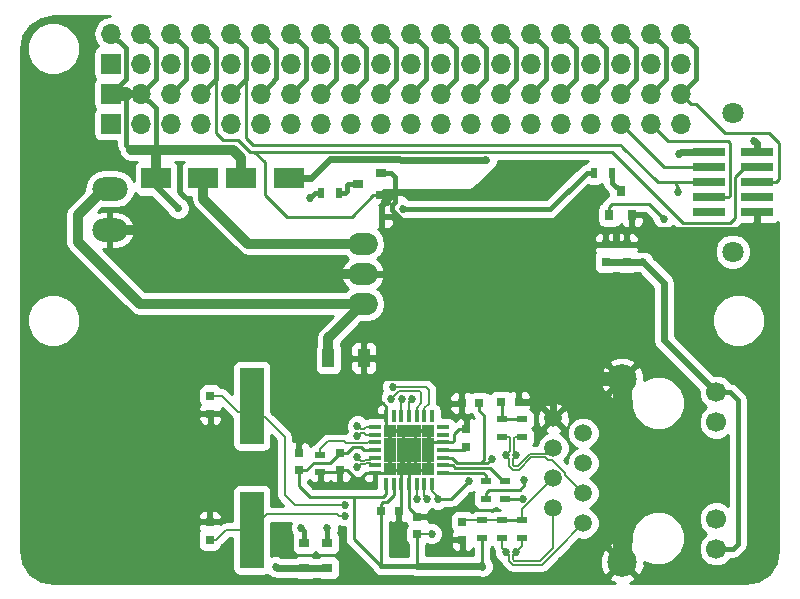
<source format=gbr>
G04 #@! TF.FileFunction,Copper,L1,Top,Signal*
%FSLAX46Y46*%
G04 Gerber Fmt 4.6, Leading zero omitted, Abs format (unit mm)*
G04 Created by KiCad (PCBNEW 4.0.1-stable) date 19-02-2017 19:17:03*
%MOMM*%
G01*
G04 APERTURE LIST*
%ADD10C,0.100000*%
%ADD11R,0.900000X0.800000*%
%ADD12R,2.000000X6.500000*%
%ADD13R,0.900000X0.500000*%
%ADD14R,0.800000X0.750000*%
%ADD15R,0.750000X0.800000*%
%ADD16C,1.500000*%
%ADD17C,2.500000*%
%ADD18C,1.700000*%
%ADD19R,0.370000X1.000000*%
%ADD20R,1.000000X0.370000*%
%ADD21R,1.062500X1.062500*%
%ADD22O,2.500000X1.900000*%
%ADD23R,2.500000X1.800000*%
%ADD24O,3.000000X2.000000*%
%ADD25R,1.700000X1.700000*%
%ADD26O,1.700000X1.700000*%
%ADD27C,1.800000*%
%ADD28R,2.795000X0.740000*%
%ADD29R,0.800000X0.900000*%
%ADD30R,0.500000X0.900000*%
%ADD31R,1.000000X1.600000*%
%ADD32C,0.685800*%
%ADD33C,0.812800*%
%ADD34C,0.254000*%
%ADD35C,0.406400*%
%ADD36C,0.609600*%
%ADD37C,1.219200*%
%ADD38C,1.625600*%
%ADD39C,0.250000*%
%ADD40C,0.152400*%
%ADD41C,0.203200*%
G04 APERTURE END LIST*
D10*
D11*
X-41226500Y44073000D03*
X-41226500Y45973000D03*
X-43226500Y45023000D03*
D12*
X-52196000Y26270000D03*
X-52196000Y15770000D03*
D13*
X-30987000Y25110964D03*
X-30987000Y23610964D03*
D14*
X-32916000Y26481000D03*
X-34416000Y26481000D03*
D15*
X-44728400Y22280800D03*
X-44728400Y20780800D03*
D16*
X-24129000Y16321000D03*
X-26669000Y17591000D03*
X-24129000Y18861000D03*
X-26669000Y20131000D03*
X-24129000Y21401000D03*
X-26669000Y22671000D03*
X-24129000Y23941000D03*
X-26669000Y25211000D03*
D17*
X-20829000Y28516000D03*
X-20829000Y13026000D03*
D18*
X-12879000Y14146000D03*
X-12879000Y16686000D03*
X-12879000Y24856000D03*
X-12879000Y27396000D03*
D13*
X-29272500Y15075700D03*
X-29272500Y16575700D03*
D14*
X-31102000Y26608000D03*
X-29602000Y26608000D03*
D13*
X-29272500Y23610964D03*
X-29272500Y25110964D03*
D19*
X-36929336Y25367460D03*
X-37579336Y25367460D03*
X-38229336Y25367460D03*
X-38879336Y25367460D03*
X-39529336Y25367460D03*
X-40179336Y25367460D03*
X-40829336Y25367460D03*
D20*
X-41729336Y24467460D03*
X-41729336Y23817460D03*
X-41729336Y23167460D03*
X-41729336Y22517460D03*
X-41729336Y21867460D03*
X-41729336Y21217460D03*
X-41729336Y20567460D03*
D19*
X-40829336Y19667460D03*
X-40179336Y19667460D03*
X-39529336Y19667460D03*
X-38879336Y19667460D03*
X-38229336Y19667460D03*
X-37579336Y19667460D03*
X-36929336Y19667460D03*
D20*
X-36029336Y20567460D03*
X-36029336Y21217460D03*
X-36029336Y21867460D03*
X-36029336Y22517460D03*
X-36029336Y23167460D03*
X-36029336Y23817460D03*
X-36029336Y24467460D03*
D21*
X-40473086Y20923710D03*
X-39410586Y20923710D03*
X-38348086Y20923710D03*
X-37285586Y20923710D03*
X-40473086Y21986210D03*
X-39410586Y21986210D03*
X-38348086Y21986210D03*
X-37285586Y21986210D03*
X-40473086Y23048710D03*
X-39410586Y23048710D03*
X-38348086Y23048710D03*
X-37285586Y23048710D03*
X-40473086Y24111210D03*
X-39410586Y24111210D03*
X-38348086Y24111210D03*
X-37285586Y24111210D03*
D13*
X-30987000Y16575700D03*
X-30987000Y15075700D03*
D22*
X-42792920Y34903640D03*
X-42792920Y37443640D03*
X-42792920Y39983640D03*
D23*
X-60302160Y45510680D03*
X-56302160Y45510680D03*
X-53073320Y45505600D03*
X-49073320Y45505600D03*
D24*
X-64213800Y41139400D03*
X-64213800Y44639400D03*
D25*
X-64130000Y50150000D03*
D26*
X-61590000Y50150000D03*
X-59050000Y50150000D03*
X-56510000Y50150000D03*
X-53970000Y50150000D03*
X-51430000Y50150000D03*
X-48890000Y50150000D03*
X-46350000Y50150000D03*
X-43810000Y50150000D03*
X-41270000Y50150000D03*
X-38730000Y50150000D03*
X-36190000Y50150000D03*
X-33650000Y50150000D03*
X-31110000Y50150000D03*
X-28570000Y50150000D03*
X-26030000Y50150000D03*
X-23490000Y50150000D03*
X-20950000Y50150000D03*
X-18410000Y50150000D03*
X-15870000Y50150000D03*
D25*
X-64130000Y55230000D03*
D26*
X-64130000Y57770000D03*
X-61590000Y55230000D03*
X-61590000Y57770000D03*
X-59050000Y55230000D03*
X-59050000Y57770000D03*
X-56510000Y55230000D03*
X-56510000Y57770000D03*
X-53970000Y55230000D03*
X-53970000Y57770000D03*
X-51430000Y55230000D03*
X-51430000Y57770000D03*
X-48890000Y55230000D03*
X-48890000Y57770000D03*
X-46350000Y55230000D03*
X-46350000Y57770000D03*
X-43810000Y55230000D03*
X-43810000Y57770000D03*
X-41270000Y55230000D03*
X-41270000Y57770000D03*
X-38730000Y55230000D03*
X-38730000Y57770000D03*
X-36190000Y55230000D03*
X-36190000Y57770000D03*
X-33650000Y55230000D03*
X-33650000Y57770000D03*
X-31110000Y55230000D03*
X-31110000Y57770000D03*
X-28570000Y55230000D03*
X-28570000Y57770000D03*
X-26030000Y55230000D03*
X-26030000Y57770000D03*
X-23490000Y55230000D03*
X-23490000Y57770000D03*
X-20950000Y55230000D03*
X-20950000Y57770000D03*
X-18410000Y55230000D03*
X-18410000Y57770000D03*
X-15870000Y55230000D03*
X-15870000Y57770000D03*
D27*
X-11469640Y51042900D03*
X-11469640Y39307900D03*
D28*
X-13502140Y47715400D03*
X-9437140Y47715400D03*
X-13502140Y46445400D03*
X-9437140Y46445400D03*
X-13502140Y45175400D03*
X-9437140Y45175400D03*
X-13502140Y43905400D03*
X-9437140Y43905400D03*
X-13502140Y42635400D03*
X-9437140Y42635400D03*
D25*
X-64130000Y52690000D03*
D26*
X-61590000Y52690000D03*
X-59050000Y52690000D03*
X-56510000Y52690000D03*
X-53970000Y52690000D03*
X-51430000Y52690000D03*
X-48890000Y52690000D03*
X-46350000Y52690000D03*
X-43810000Y52690000D03*
X-41270000Y52690000D03*
X-38730000Y52690000D03*
X-36190000Y52690000D03*
X-33650000Y52690000D03*
X-31110000Y52690000D03*
X-28570000Y52690000D03*
X-26030000Y52690000D03*
X-23490000Y52690000D03*
X-20950000Y52690000D03*
X-18410000Y52690000D03*
X-15870000Y52690000D03*
D15*
X-20446000Y38431000D03*
X-20446000Y39931000D03*
X-55691040Y27104000D03*
X-55691040Y25604000D03*
X-55752000Y14936000D03*
X-55752000Y16436000D03*
X-22224000Y38431000D03*
X-22224000Y39931000D03*
X-48208200Y20780800D03*
X-48208200Y22280800D03*
X-38162500Y15380500D03*
X-38162500Y16880500D03*
X-34352500Y16424000D03*
X-34352500Y14924000D03*
D13*
X-32663400Y15063000D03*
X-32663400Y16563000D03*
X-46379400Y22128400D03*
X-46379400Y20628400D03*
X-32396700Y18365000D03*
X-32396700Y19865000D03*
X-30707600Y18365000D03*
X-30707600Y19865000D03*
D14*
X-41250000Y17337000D03*
X-39750000Y17337000D03*
D15*
X-34009600Y22759200D03*
X-34009600Y24259200D03*
D11*
X-47725600Y14653200D03*
X-47725600Y12553200D03*
X-45795200Y14653200D03*
X-45795200Y12553200D03*
D29*
X-21904000Y42422800D03*
X-20004000Y42422800D03*
X-20954000Y44422800D03*
D30*
X-44816600Y44261000D03*
X-46316600Y44261000D03*
X-21677200Y45975500D03*
X-23177200Y45975500D03*
D31*
X-45695000Y30291000D03*
X-42695000Y30291000D03*
D32*
X-50164000Y12638000D03*
X-58419000Y42991000D03*
X-32320500Y47042300D03*
X-9651000Y48706000D03*
X-16128000Y44337200D03*
X-17296400Y42102000D03*
X-32687400Y12662000D03*
X-33781000Y19877000D03*
X-31876000Y21782000D03*
X-19049000Y38419000D03*
X-16001000Y47563000D03*
X-36956000Y15432000D03*
X-36448000Y18353000D03*
X-44322000Y17845000D03*
X-38226000Y18353000D03*
X-44322000Y16956000D03*
X-37337000Y18353000D03*
X-29244560Y18408880D03*
X-29107400Y20004000D03*
X-40385000Y26862000D03*
X-40258000Y27878000D03*
X-38607000Y26862000D03*
X-39496000Y26862000D03*
X-43243498Y21044482D03*
X-30660736Y13853579D03*
X-43243498Y21882682D03*
X-29822536Y13853579D03*
X-43244121Y23723360D03*
X-30669500Y22061400D03*
X-43244121Y24561560D03*
X-29831300Y22061400D03*
X-47992300Y15901900D03*
X-47230300Y43841900D03*
X-39394400Y42889400D03*
X-45795200Y15914600D03*
D33*
X-45695000Y30291000D02*
X-45695000Y32001560D01*
X-45695000Y32001560D02*
X-42792920Y34903640D01*
X-66922920Y40141120D02*
X-66922920Y42430280D01*
X-66922920Y42430280D02*
X-64713800Y44639400D01*
X-64713800Y44639400D02*
X-64213800Y44639400D01*
X-61685440Y34903640D02*
X-66922920Y40141120D01*
X-42792920Y34903640D02*
X-61685440Y34903640D01*
D34*
X-34352500Y14924000D02*
X-35051000Y14924000D01*
X-35051000Y14924000D02*
X-35432000Y15305000D01*
X-35432000Y15305000D02*
X-35432000Y16638500D01*
X-35432000Y16638500D02*
X-35674000Y16880500D01*
X-35674000Y16880500D02*
X-37071000Y16880500D01*
D35*
X-40321500Y42800500D02*
X-38627320Y41106320D01*
X-38627320Y41106320D02*
X-37270640Y41106320D01*
X-40321500Y43245000D02*
X-40321500Y42800500D01*
X-40067500Y43499000D02*
X-40321500Y43245000D01*
X-40067500Y45670400D02*
X-40067500Y43499000D01*
X-41226500Y45973000D02*
X-40370100Y45973000D01*
X-40370100Y45973000D02*
X-40067500Y45670400D01*
D36*
X-42695000Y30291000D02*
X-41585400Y30291000D01*
X-40385000Y31491400D02*
X-40385000Y31591400D01*
X-41585400Y30291000D02*
X-40385000Y31491400D01*
X-9986620Y41106320D02*
X-19988800Y41106320D01*
X-19988800Y41106320D02*
X-21335000Y41106320D01*
D34*
X-20004000Y42422800D02*
X-20004000Y41121520D01*
X-20004000Y41121520D02*
X-19988800Y41106320D01*
X-34416000Y25319600D02*
X-34009600Y24913200D01*
X-34009600Y24913200D02*
X-34009600Y24259200D01*
X-34638600Y24259200D02*
X-34009600Y24259200D01*
X-34416000Y25319600D02*
X-34416000Y26481000D01*
X-35025600Y23872200D02*
X-35025600Y23331400D01*
X-35025600Y23331400D02*
X-35189540Y23167460D01*
X-34638600Y24259200D02*
X-35025600Y23872200D01*
X-55691040Y25604000D02*
X-55691040Y16496960D01*
X-55691040Y16496960D02*
X-55752000Y16436000D01*
X-55691040Y25604000D02*
X-56883000Y25604000D01*
X-56883000Y25604000D02*
X-57276000Y25997000D01*
X-57276000Y25997000D02*
X-57276000Y28894000D01*
X-57276000Y28894000D02*
X-55244000Y30926000D01*
X-48513000Y29529000D02*
X-48513000Y28132000D01*
X-55244000Y30926000D02*
X-49910000Y30926000D01*
X-48513000Y28132000D02*
X-46839400Y26458400D01*
X-49910000Y30926000D02*
X-48513000Y29529000D01*
X-46839400Y26458400D02*
X-44684600Y26458400D01*
D35*
X-41464498Y28576502D02*
X-41525000Y28516000D01*
X-35807002Y28576502D02*
X-41464498Y28576502D01*
X-35746500Y28516000D02*
X-35807002Y28576502D01*
D36*
X-21335000Y39931000D02*
X-20446000Y39931000D01*
X-21335000Y41106320D02*
X-37270640Y41106320D01*
X-22224000Y39931000D02*
X-21335000Y39931000D01*
X-21335000Y39931000D02*
X-21335000Y41106320D01*
D34*
X-36029336Y23167460D02*
X-35189540Y23167460D01*
X-42861500Y27179500D02*
X-43582600Y26458400D01*
X-44684600Y26458400D02*
X-48208200Y22934800D01*
X-43582600Y26458400D02*
X-44684600Y26458400D01*
X-48208200Y22934800D02*
X-48208200Y22280800D01*
D35*
X-41525000Y28516000D02*
X-42861500Y27179500D01*
D34*
X-42861500Y27179500D02*
X-41817300Y27179500D01*
X-41817300Y27179500D02*
X-41096200Y26458400D01*
D36*
X-29602000Y26608000D02*
X-26923000Y26608000D01*
D34*
X-39529336Y19667460D02*
X-39529336Y17557664D01*
X-39529336Y17557664D02*
X-39750000Y17337000D01*
X-38879336Y18149736D02*
X-38879336Y19667460D01*
X-38879336Y18149736D02*
X-38879336Y17622336D01*
X-38879336Y17622336D02*
X-38162500Y16905500D01*
X-38162500Y16905500D02*
X-38162500Y16880500D01*
X-37071000Y16880500D02*
X-38162500Y16880500D01*
D35*
X-33019000Y28452500D02*
X-33082500Y28516000D01*
D37*
X-25015000Y28516000D02*
X-20829000Y28516000D01*
D33*
X-33082500Y28516000D02*
X-25015000Y28516000D01*
D36*
X-35746500Y28516000D02*
X-33082500Y28516000D01*
X-38821900Y31591400D02*
X-35746500Y28516000D01*
X-40385000Y31591400D02*
X-38821900Y31591400D01*
D34*
X-40639000Y28516000D02*
X-35746500Y28516000D01*
X-41525000Y28516000D02*
X-40639000Y28516000D01*
D38*
X-20829000Y13026000D02*
X-20829000Y28516000D01*
D34*
X-37285586Y24111210D02*
X-37285586Y23048710D01*
X-41096200Y26458400D02*
X-40829336Y26191536D01*
X-40829336Y26191536D02*
X-40829336Y25367460D01*
X-46379400Y20628400D02*
X-44880800Y20628400D01*
X-44880800Y20628400D02*
X-44728400Y20780800D01*
X-42942396Y20108400D02*
X-43427000Y20108400D01*
X-43427000Y20108400D02*
X-44099400Y20780800D01*
X-44099400Y20780800D02*
X-44728400Y20780800D01*
X-41729336Y20567460D02*
X-42483336Y20567460D01*
X-42483336Y20567460D02*
X-42942396Y20108400D01*
D36*
X-26923000Y26608000D02*
X-26669000Y26862000D01*
D34*
X-39529336Y19667460D02*
X-39529336Y21867460D01*
X-39529336Y21867460D02*
X-39410586Y21986210D01*
X-38879336Y19667460D02*
X-38879336Y21454960D01*
X-38879336Y21454960D02*
X-39410586Y21986210D01*
X-41729336Y20567460D02*
X-40829336Y20567460D01*
X-40829336Y20567460D02*
X-40473086Y20923710D01*
X-36029336Y23167460D02*
X-37166836Y23167460D01*
X-37166836Y23167460D02*
X-37285586Y23048710D01*
X-40473086Y24111210D02*
X-40829336Y24467460D01*
X-40829336Y24467460D02*
X-40829336Y25367460D01*
X-40473086Y24111210D02*
X-40473086Y23048710D01*
X-40473086Y21986210D02*
X-40473086Y23048710D01*
X-40473086Y21986210D02*
X-40473086Y20923710D01*
X-39410586Y20923710D02*
X-39410586Y21986210D01*
X-39410586Y23048710D02*
X-39410586Y21986210D01*
X-39410586Y24111210D02*
X-39410586Y23048710D01*
X-38348086Y21986210D02*
X-38348086Y20923710D01*
X-38348086Y23048710D02*
X-38348086Y21986210D01*
X-38348086Y23048710D02*
X-38348086Y24111210D01*
X-37285586Y21986210D02*
X-37285586Y20923710D01*
X-37285586Y23048710D02*
X-37285586Y21986210D01*
X-38348086Y24111210D02*
X-37285586Y24111210D01*
X-39410586Y24111210D02*
X-38348086Y24111210D01*
X-40473086Y24111210D02*
X-39410586Y24111210D01*
D36*
X-26669000Y25211000D02*
X-26669000Y26862000D01*
X-26669000Y26862000D02*
X-25015000Y28516000D01*
X-9437140Y42635400D02*
X-9437140Y41655800D01*
X-9437140Y41655800D02*
X-9986620Y41106320D01*
X-37270640Y41106320D02*
X-40933320Y37443640D01*
X-40385000Y36895320D02*
X-40385000Y31591400D01*
X-42792920Y37443640D02*
X-40933320Y37443640D01*
X-40933320Y37443640D02*
X-40385000Y36895320D01*
D33*
X-57639280Y41139400D02*
X-53943520Y37443640D01*
X-53943520Y37443640D02*
X-42792920Y37443640D01*
X-64213800Y41139400D02*
X-57639280Y41139400D01*
X-42777680Y37428400D02*
X-42792920Y37443640D01*
D36*
X-47725600Y12553200D02*
X-50079200Y12553200D01*
X-50079200Y12553200D02*
X-50164000Y12638000D01*
X-47767800Y12511000D02*
X-47725600Y12553200D01*
X-60302160Y45510680D02*
X-60302160Y44874160D01*
X-60302160Y44874160D02*
X-58419000Y42991000D01*
X-47725600Y12553200D02*
X-45795200Y12553200D01*
D33*
X-56889920Y47954160D02*
X-60384960Y47954160D01*
X-60302160Y45510680D02*
X-60302160Y47871360D01*
X-60138760Y47954160D02*
X-62437280Y47954160D01*
X-62437280Y47954160D02*
X-60384960Y47954160D01*
X-60302160Y47871360D02*
X-60384960Y47954160D01*
X-53809080Y47954160D02*
X-56889920Y47954160D01*
X-53073320Y47218400D02*
X-53809080Y47954160D01*
X-53073320Y45505600D02*
X-53073320Y47218400D01*
D35*
X-60336799Y51436799D02*
X-60336799Y48002321D01*
X-61590000Y52690000D02*
X-60336799Y51436799D01*
X-60336799Y48002321D02*
X-60384960Y47954160D01*
X-62843201Y48360081D02*
X-62437280Y47954160D01*
X-62843201Y48603921D02*
X-62843201Y48360081D01*
X-62813200Y52690000D02*
X-62843201Y52659999D01*
X-62843201Y52659999D02*
X-62843201Y48603921D01*
D37*
X-64130000Y52690000D02*
X-62813200Y52690000D01*
D35*
X-61590000Y57770000D02*
X-60336799Y56516799D01*
X-60336799Y56516799D02*
X-60336799Y53943201D01*
X-60336799Y53943201D02*
X-60740001Y53539999D01*
X-60740001Y53539999D02*
X-61590000Y52690000D01*
X-64130000Y57770000D02*
X-62876799Y56516799D01*
X-62876799Y56516799D02*
X-62876799Y53943201D01*
X-62876799Y53943201D02*
X-64130000Y52690000D01*
D33*
X-56302160Y45510680D02*
X-56302160Y43797880D01*
X-56302160Y43797880D02*
X-52487920Y39983640D01*
X-52487920Y39983640D02*
X-44855720Y39983640D01*
X-44855720Y39983640D02*
X-42792920Y39983640D01*
D36*
X-39686500Y47182000D02*
X-45537320Y47182000D01*
X-45537320Y47182000D02*
X-47213720Y45505600D01*
X-47213720Y45505600D02*
X-49073320Y45505600D01*
X-39546800Y47042300D02*
X-39686500Y47182000D01*
X-32320500Y47042300D02*
X-39546800Y47042300D01*
X-9437140Y47715400D02*
X-9437140Y48492140D01*
X-9437140Y48492140D02*
X-9651000Y48706000D01*
D35*
X-23490000Y57770000D02*
X-22236799Y56516799D01*
X-22236799Y56516799D02*
X-22236799Y53943201D01*
X-22236799Y53943201D02*
X-22640001Y53539999D01*
X-22640001Y53539999D02*
X-23490000Y52690000D01*
X-28570000Y57770000D02*
X-27316799Y56516799D01*
X-27316799Y56516799D02*
X-27316799Y53943201D01*
X-27316799Y53943201D02*
X-27720001Y53539999D01*
X-27720001Y53539999D02*
X-28570000Y52690000D01*
X-41270000Y57770000D02*
X-40016799Y56516799D01*
X-40016799Y56516799D02*
X-40016799Y53943201D01*
X-40420001Y53539999D02*
X-41270000Y52690000D01*
X-40016799Y53943201D02*
X-40420001Y53539999D01*
X-48890000Y57770000D02*
X-47636799Y56516799D01*
X-48040001Y53539999D02*
X-48890000Y52690000D01*
X-47636799Y56516799D02*
X-47636799Y53943201D01*
X-47636799Y53943201D02*
X-48040001Y53539999D01*
X-59050000Y57770000D02*
X-57796799Y56516799D01*
X-57796799Y53943201D02*
X-58200001Y53539999D01*
X-57796799Y56516799D02*
X-57796799Y53943201D01*
X-58200001Y53539999D02*
X-59050000Y52690000D01*
D34*
X-13502140Y46445400D02*
X-17245400Y46445400D01*
X-17245400Y46445400D02*
X-17250680Y46450680D01*
X-17250680Y46450680D02*
X-20950000Y50150000D01*
X-11840480Y48670440D02*
X-16569960Y48670440D01*
X-18410000Y50150000D02*
X-16930440Y48670440D01*
X-16930440Y48670440D02*
X-16569960Y48670440D01*
X-11698240Y48528200D02*
X-11840480Y48670440D01*
X-11698240Y44057800D02*
X-11698240Y48528200D01*
X-13502140Y43905400D02*
X-11850640Y43905400D01*
X-11850640Y43905400D02*
X-11698240Y44057800D01*
X-49214800Y42270400D02*
X-43733100Y42270400D01*
X-43733100Y42270400D02*
X-41930500Y44073000D01*
X-41930500Y44073000D02*
X-41226500Y44073000D01*
X-51078400Y44134000D02*
X-49214800Y42270400D01*
X-51078400Y46877200D02*
X-51078400Y44134000D01*
X-51972480Y47771280D02*
X-51078400Y46877200D01*
X-52348400Y47771280D02*
X-51972480Y47771280D01*
X-55256799Y53943201D02*
X-55256799Y49694837D01*
X-55256799Y49694837D02*
X-55259240Y49692396D01*
X-54629320Y48766960D02*
X-53344080Y48766960D01*
X-55259240Y49692396D02*
X-55259240Y49396880D01*
X-55259240Y49396880D02*
X-54629320Y48766960D01*
X-11244229Y42169931D02*
X-11244229Y45665811D01*
X-53344080Y48766960D02*
X-52348400Y47771280D01*
X-52348400Y47771280D02*
X-21695680Y47771280D01*
X-15662531Y41738131D02*
X-11676029Y41738131D01*
X-21695680Y47771280D02*
X-15662531Y41738131D01*
X-11676029Y41738131D02*
X-11244229Y42169931D01*
X-11244229Y45665811D02*
X-10464640Y46445400D01*
X-10464640Y46445400D02*
X-9437140Y46445400D01*
D35*
X-56510000Y57770000D02*
X-55256799Y56516799D01*
X-55660001Y53539999D02*
X-56510000Y52690000D01*
X-55256799Y56516799D02*
X-55256799Y53943201D01*
X-55256799Y53943201D02*
X-55660001Y53539999D01*
D34*
X-17281160Y45175400D02*
X-16229600Y45175400D01*
X-16229600Y45175400D02*
X-15153640Y45175400D01*
X-16128000Y44337200D02*
X-16128000Y44822133D01*
X-16229600Y44923733D02*
X-16229600Y45175400D01*
X-16128000Y44822133D02*
X-16229600Y44923733D01*
X-21658800Y43372000D02*
X-18566400Y43372000D01*
X-18566400Y43372000D02*
X-17296400Y42102000D01*
X-21904000Y42422800D02*
X-21904000Y43126800D01*
X-21904000Y43126800D02*
X-21658800Y43372000D01*
X-52716799Y53943201D02*
X-52716799Y49694837D01*
X-52716799Y49694837D02*
X-52709080Y49687118D01*
X-52709080Y49687118D02*
X-52709080Y48909200D01*
X-52709080Y48909200D02*
X-52104560Y48304680D01*
X-52104560Y48304680D02*
X-20964160Y48304680D01*
X-20964160Y48304680D02*
X-20820029Y48160549D01*
X-20820029Y48160549D02*
X-17834880Y45175400D01*
X-15153640Y45175400D02*
X-13502140Y45175400D01*
D35*
X-53970000Y57770000D02*
X-52716799Y56516799D01*
X-53120001Y53539999D02*
X-53970000Y52690000D01*
D39*
X-17834880Y45175400D02*
X-17281160Y45175400D01*
D35*
X-52716799Y56516799D02*
X-52716799Y53943201D01*
X-52716799Y53943201D02*
X-53120001Y53539999D01*
X-51430000Y57770000D02*
X-50143201Y56483201D01*
X-50143201Y56483201D02*
X-50143201Y53976799D01*
X-50143201Y53976799D02*
X-50580001Y53539999D01*
X-50580001Y53539999D02*
X-51430000Y52690000D01*
X-46350000Y57770000D02*
X-45096799Y56516799D01*
X-45096799Y56516799D02*
X-45096799Y53943201D01*
X-45096799Y53943201D02*
X-45500001Y53539999D01*
X-45500001Y53539999D02*
X-46350000Y52690000D01*
X-43810000Y57770000D02*
X-42556799Y56516799D01*
X-42556799Y56516799D02*
X-42556799Y53943201D01*
X-42556799Y53943201D02*
X-42960001Y53539999D01*
X-42960001Y53539999D02*
X-43810000Y52690000D01*
X-36190000Y57770000D02*
X-34936799Y56516799D01*
X-35340001Y53539999D02*
X-36190000Y52690000D01*
X-34936799Y56516799D02*
X-34936799Y53943201D01*
X-34936799Y53943201D02*
X-35340001Y53539999D01*
X-33650000Y57770000D02*
X-32396799Y56516799D01*
X-32396799Y56516799D02*
X-32396799Y53943201D01*
X-32396799Y53943201D02*
X-32800001Y53539999D01*
X-32800001Y53539999D02*
X-33650000Y52690000D01*
X-31110000Y57770000D02*
X-29856799Y56516799D01*
X-29856799Y56516799D02*
X-29856799Y53943201D01*
X-30260001Y53539999D02*
X-31110000Y52690000D01*
X-29856799Y53943201D02*
X-30260001Y53539999D01*
X-26030000Y57770000D02*
X-24776799Y56516799D01*
X-24776799Y56516799D02*
X-24776799Y53943201D01*
X-24776799Y53943201D02*
X-25180001Y53539999D01*
X-25180001Y53539999D02*
X-26030000Y52690000D01*
X-20950000Y57770000D02*
X-19696799Y56516799D01*
X-20100001Y53539999D02*
X-20950000Y52690000D01*
X-19696799Y56516799D02*
X-19696799Y53943201D01*
X-19696799Y53943201D02*
X-20100001Y53539999D01*
X-18410000Y57770000D02*
X-17156799Y56516799D01*
X-17156799Y56516799D02*
X-17156799Y53943201D01*
X-17156799Y53943201D02*
X-17560001Y53539999D01*
X-17560001Y53539999D02*
X-18410000Y52690000D01*
D34*
X-15870000Y52690000D02*
X-15020001Y51840001D01*
X-15020001Y51840001D02*
X-14598561Y51840001D01*
X-14598561Y51840001D02*
X-13816600Y51058040D01*
D35*
X-15870000Y57770000D02*
X-14616799Y56516799D01*
X-14616799Y56516799D02*
X-14616799Y53943201D01*
X-14616799Y53943201D02*
X-15020001Y53539999D01*
X-15020001Y53539999D02*
X-15870000Y52690000D01*
D34*
X-12145280Y49386720D02*
X-13816600Y51058040D01*
X-8411480Y49386720D02*
X-12145280Y49386720D01*
X-7517400Y48492640D02*
X-8411480Y49386720D01*
X-7517400Y45443640D02*
X-7517400Y48492640D01*
X-9437140Y45175400D02*
X-7785640Y45175400D01*
X-7785640Y45175400D02*
X-7517400Y45443640D01*
X-40766000Y18099000D02*
X-40179336Y18685664D01*
X-40179336Y18685664D02*
X-40179336Y19667460D01*
X-41117000Y18099000D02*
X-40766000Y18099000D01*
X-41250000Y17337000D02*
X-41250000Y17966000D01*
X-41250000Y17966000D02*
X-41117000Y18099000D01*
X-33781000Y19877000D02*
X-35305000Y18353000D01*
X-35305000Y18353000D02*
X-36448000Y18353000D01*
X-32765000Y21401000D02*
X-32257000Y21401000D01*
X-32257000Y21401000D02*
X-31876000Y21782000D01*
D36*
X-17271000Y31788000D02*
X-17271000Y36641000D01*
X-17271000Y36641000D02*
X-19049000Y38419000D01*
X-12879000Y27396000D02*
X-17271000Y31788000D01*
X-19049000Y38419000D02*
X-20434000Y38419000D01*
X-20434000Y38419000D02*
X-20446000Y38431000D01*
X-13502140Y47715400D02*
X-15848600Y47715400D01*
X-15848600Y47715400D02*
X-16001000Y47563000D01*
X-22224000Y38431000D02*
X-20446000Y38431000D01*
D40*
X-36956000Y15432000D02*
X-38111000Y15432000D01*
X-38111000Y15432000D02*
X-38162500Y15380500D01*
X-36587000Y18672724D02*
X-36587000Y18492000D01*
X-36587000Y18492000D02*
X-36448000Y18353000D01*
D34*
X-36029336Y21867460D02*
X-35263460Y21867460D01*
X-35263460Y21867460D02*
X-34797000Y21401000D01*
X-34797000Y21401000D02*
X-32765000Y21401000D01*
X-32765000Y21401000D02*
X-32511000Y21655000D01*
X-32511000Y21655000D02*
X-32511000Y25447000D01*
X-32511000Y25447000D02*
X-32916000Y25852000D01*
X-32916000Y25852000D02*
X-32916000Y26481000D01*
D36*
X-34084400Y12662000D02*
X-32687400Y12662000D01*
D34*
X-32663400Y15063000D02*
X-32663400Y12638000D01*
D36*
X-38162500Y12662000D02*
X-34084400Y12662000D01*
X-32687400Y12662000D02*
X-32663400Y12638000D01*
D35*
X-41250000Y12662000D02*
X-38162500Y12662000D01*
D34*
X-38162500Y14225500D02*
X-38162500Y12662000D01*
X-43560000Y18559000D02*
X-47293800Y18559000D01*
X-41070800Y18559000D02*
X-43560000Y18559000D01*
X-43560000Y18559000D02*
X-43560000Y14972000D01*
X-43560000Y14972000D02*
X-41250000Y12662000D01*
X-38162500Y15380500D02*
X-38162500Y14225500D01*
X-45583200Y21401000D02*
X-46959000Y21401000D01*
X-46959000Y21401000D02*
X-47579200Y20780800D01*
X-47579200Y20780800D02*
X-48208200Y20780800D01*
X-44728400Y22280800D02*
X-44728400Y22255800D01*
X-44728400Y22255800D02*
X-45583200Y21401000D01*
X-41250000Y17337000D02*
X-41250000Y12662000D01*
D35*
X-12879000Y27396000D02*
X-11676919Y27396000D01*
X-11676919Y27396000D02*
X-11048000Y26767081D01*
X-11048000Y26767081D02*
X-11048000Y14543000D01*
X-11445000Y14146000D02*
X-11048000Y14543000D01*
X-12879000Y14146000D02*
X-11445000Y14146000D01*
D40*
X-36587000Y18672724D02*
X-36929336Y19015060D01*
X-36929336Y19015060D02*
X-36929336Y19667460D01*
X-41250000Y17337000D02*
X-41250000Y17361000D01*
D34*
X-40829336Y19667460D02*
X-40829336Y18800464D01*
X-40829336Y18800464D02*
X-41070800Y18559000D01*
X-47293800Y18559000D02*
X-48208200Y19473400D01*
X-48208200Y19473400D02*
X-48208200Y20780800D01*
X-48208200Y20780800D02*
X-48208200Y20755800D01*
X-42899600Y22750000D02*
X-43630200Y22750000D01*
X-43630200Y22750000D02*
X-44099400Y22280800D01*
X-44099400Y22280800D02*
X-44728400Y22280800D01*
X-42667060Y22517460D02*
X-42899600Y22750000D01*
X-41729336Y22517460D02*
X-42667060Y22517460D01*
X-13532620Y47684920D02*
X-13502140Y47715400D01*
D40*
X-44322000Y17845000D02*
X-48563800Y17845000D01*
X-49402000Y18683200D02*
X-49402000Y23628400D01*
X-51043600Y25270000D02*
X-52196000Y25270000D01*
X-48563800Y17845000D02*
X-49402000Y18683200D01*
X-49402000Y23628400D02*
X-51043600Y25270000D01*
X-52196000Y25270000D02*
X-52645000Y25719000D01*
X-52645000Y25719000D02*
X-53339000Y25719000D01*
X-53339000Y25719000D02*
X-54724000Y27104000D01*
X-54724000Y27104000D02*
X-55691040Y27104000D01*
X-38229336Y19015060D02*
X-38229336Y18356336D01*
X-38229336Y18356336D02*
X-38226000Y18353000D01*
X-38226000Y19011724D02*
X-38229336Y19015060D01*
X-38229336Y19015060D02*
X-38229336Y19667460D01*
X-44322000Y16956000D02*
X-44806933Y16956000D01*
X-50883000Y17083000D02*
X-52196000Y15770000D01*
X-44806933Y16956000D02*
X-44933933Y17083000D01*
X-44933933Y17083000D02*
X-50883000Y17083000D01*
X-55182400Y14936000D02*
X-54348400Y15770000D01*
X-54348400Y15770000D02*
X-52196000Y15770000D01*
X-37579336Y19667460D02*
X-37579336Y18595336D01*
X-37579336Y18595336D02*
X-37337000Y18353000D01*
X-55182400Y14936000D02*
X-55752000Y14936000D01*
D34*
X-36029336Y22517460D02*
X-34251340Y22517460D01*
X-34251340Y22517460D02*
X-34009600Y22759200D01*
D41*
X-29272500Y17527500D02*
X-29272500Y17028900D01*
D40*
X-32663400Y16563000D02*
X-34213500Y16563000D01*
X-34213500Y16563000D02*
X-34352500Y16424000D01*
D41*
X-29272500Y17028900D02*
X-29272500Y16575700D01*
X-26669000Y20131000D02*
X-29272500Y17527500D01*
X-32663400Y16563000D02*
X-30999700Y16563000D01*
X-32396700Y16563000D02*
X-32384000Y16575700D01*
D34*
X-30161500Y16575700D02*
X-29272500Y16575700D01*
X-30987000Y16575700D02*
X-30161500Y16575700D01*
X-30987000Y25110964D02*
X-29272500Y25110964D01*
X-30987000Y25110964D02*
X-30987000Y26493000D01*
X-30987000Y26493000D02*
X-31102000Y26608000D01*
X-29244560Y18408880D02*
X-30663720Y18408880D01*
X-30663720Y18408880D02*
X-30707600Y18365000D01*
X-29107400Y20004000D02*
X-29107400Y19519067D01*
X-29107400Y19519067D02*
X-29501307Y19125160D01*
X-29501307Y19125160D02*
X-32140540Y19125160D01*
X-32140540Y19125160D02*
X-32396700Y18869000D01*
X-32396700Y18869000D02*
X-32396700Y18365000D01*
D41*
X-39750000Y27497000D02*
X-40385000Y26862000D01*
X-37972000Y27497000D02*
X-39750000Y27497000D01*
X-37845000Y27370000D02*
X-37972000Y27497000D01*
X-37845000Y26454996D02*
X-37845000Y27370000D01*
X-38229336Y25367460D02*
X-38229336Y26070660D01*
X-38229336Y26070660D02*
X-37845000Y26454996D01*
X-37210000Y27624000D02*
X-37464000Y27878000D01*
X-37464000Y27878000D02*
X-40258000Y27878000D01*
X-37210000Y26439996D02*
X-37210000Y27624000D01*
X-37579336Y25367460D02*
X-37579336Y26070660D01*
X-37579336Y26070660D02*
X-37210000Y26439996D01*
X-38879336Y25367460D02*
X-38879336Y26589664D01*
X-38879336Y26589664D02*
X-38607000Y26862000D01*
X-39529336Y25367460D02*
X-39529336Y26828664D01*
X-39529336Y26828664D02*
X-39496000Y26862000D01*
D35*
X-38730000Y57770000D02*
X-37476799Y56516799D01*
X-37476799Y56516799D02*
X-37476799Y53943201D01*
X-37476799Y53943201D02*
X-37880001Y53539999D01*
X-37880001Y53539999D02*
X-38730000Y52690000D01*
D40*
X-42381736Y23167460D02*
X-41729336Y23167460D01*
X-44195000Y23105600D02*
X-42443596Y23105600D01*
X-45753800Y23258000D02*
X-46379400Y22632400D01*
X-45753800Y23258000D02*
X-44347400Y23258000D01*
X-42443596Y23105600D02*
X-42381736Y23167460D01*
X-44347400Y23258000D02*
X-44195000Y23105600D01*
X-46379400Y22632400D02*
X-46379400Y22128400D01*
D34*
X-34965340Y20994589D02*
X-32037189Y20994589D01*
X-35188211Y21217460D02*
X-34965340Y20994589D01*
X-36029336Y21217460D02*
X-35188211Y21217460D01*
X-30907600Y19865000D02*
X-30707600Y19865000D01*
X-32037189Y20994589D02*
X-30907600Y19865000D01*
X-32595160Y20567460D02*
X-33992160Y20567460D01*
X-36029336Y20567460D02*
X-33992160Y20567460D01*
X-32595160Y20567460D02*
X-32396700Y20369000D01*
X-32396700Y20369000D02*
X-32396700Y19865000D01*
D40*
X-42586229Y21311183D02*
X-42976797Y21311183D01*
X-42507352Y21390060D02*
X-42586229Y21311183D01*
X-42976797Y21311183D02*
X-43243498Y21044482D01*
X-41729336Y21217460D02*
X-42044336Y21217460D01*
X-42044336Y21217460D02*
X-42216936Y21390060D01*
X-42216936Y21390060D02*
X-42507352Y21390060D01*
D41*
X-30987000Y15075700D02*
X-30987000Y14179843D01*
X-30987000Y14179843D02*
X-30660736Y13853579D01*
D40*
X-30084926Y12815800D02*
X-27634200Y12815800D01*
X-27634200Y12815800D02*
X-26453474Y13996526D01*
X-30660736Y13853579D02*
X-30394035Y13586878D01*
X-30394035Y13586878D02*
X-30394035Y13124909D01*
X-30394035Y13124909D02*
X-30084926Y12815800D01*
X-26453474Y13996526D02*
X-24129000Y16321000D01*
X-42976797Y21615981D02*
X-43243498Y21882682D01*
X-42633604Y21694860D02*
X-42712483Y21615981D01*
X-42712483Y21615981D02*
X-42976797Y21615981D01*
X-41729336Y21867460D02*
X-42044336Y21867460D01*
X-42044336Y21867460D02*
X-42216936Y21694860D01*
X-42216936Y21694860D02*
X-42633604Y21694860D01*
D41*
X-29272500Y15075700D02*
X-29272500Y14403615D01*
X-29272500Y14403615D02*
X-29822536Y13853579D01*
D40*
X-29958674Y13120600D02*
X-27760452Y13120600D01*
X-29822536Y13853579D02*
X-30089237Y13586878D01*
X-30089237Y13586878D02*
X-30089237Y13251163D01*
X-30089237Y13251163D02*
X-29958674Y13120600D01*
X-27760452Y13120600D02*
X-26669000Y14212052D01*
X-26669000Y14212052D02*
X-26669000Y17591000D01*
X-30987000Y23610964D02*
X-30384600Y23610964D01*
X-30384600Y23610964D02*
X-30326601Y23552965D01*
X-30669500Y22061400D02*
X-30326601Y22404299D01*
X-30326601Y22404299D02*
X-30326601Y23552965D01*
X-30084926Y20842200D02*
X-29552274Y20842200D01*
X-29552274Y20842200D02*
X-28510873Y21883601D01*
X-42651936Y23990060D02*
X-42977420Y23990061D01*
X-41729336Y23817460D02*
X-42479336Y23817460D01*
X-42479336Y23817460D02*
X-42651936Y23990060D01*
X-42977420Y23990061D02*
X-43244121Y23723360D01*
X-30084926Y20842200D02*
X-30402799Y21160073D01*
X-30402799Y21794699D02*
X-30669500Y22061400D01*
X-30402799Y21160073D02*
X-30402799Y21794699D01*
X-27138729Y21692399D02*
X-27329931Y21883601D01*
X-27329931Y21883601D02*
X-28510873Y21883601D01*
X-24129000Y18861000D02*
X-25690399Y20422399D01*
X-25690399Y20422399D02*
X-25690399Y20600729D01*
X-25690399Y20600729D02*
X-26782069Y21692399D01*
X-26782069Y21692399D02*
X-27138729Y21692399D01*
X-29272500Y23610964D02*
X-29874900Y23610964D01*
X-29874900Y23610964D02*
X-29971000Y23514864D01*
X-29971000Y23514864D02*
X-29971000Y22201100D01*
X-29971000Y22201100D02*
X-29831300Y22061400D01*
X-29958674Y21147000D02*
X-29678526Y21147000D01*
X-29678526Y21147000D02*
X-28637127Y22188399D01*
X-41729336Y24467460D02*
X-42479336Y24467460D01*
X-42479336Y24467460D02*
X-42651936Y24294860D01*
X-42977420Y24294859D02*
X-43244121Y24561560D01*
X-42651936Y24294860D02*
X-42977420Y24294859D01*
X-29958674Y21147000D02*
X-30098001Y21286327D01*
X-30098001Y21286327D02*
X-30098001Y21794699D01*
X-30098001Y21794699D02*
X-29831300Y22061400D01*
X-27151601Y22188399D02*
X-28637127Y22188399D01*
X-26669000Y22671000D02*
X-27151601Y22188399D01*
D35*
X-46316600Y44261000D02*
X-46811200Y44261000D01*
X-47725600Y14653200D02*
X-47725600Y15635200D01*
X-47725600Y15635200D02*
X-47992300Y15901900D01*
X-46811200Y44261000D02*
X-47230300Y43841900D01*
X-45795200Y15914600D02*
X-45795200Y14653200D01*
X-26919700Y42889400D02*
X-39394400Y42889400D01*
X-23177200Y45975500D02*
X-23833600Y45975500D01*
X-23833600Y45975500D02*
X-26919700Y42889400D01*
X-44131500Y44451500D02*
X-44131500Y44974400D01*
X-44131500Y44974400D02*
X-44082900Y45023000D01*
X-44082900Y45023000D02*
X-43226500Y45023000D01*
X-44322000Y44261000D02*
X-44131500Y44451500D01*
X-44816600Y44261000D02*
X-44322000Y44261000D01*
X-21677200Y45146000D02*
X-21677200Y45975500D01*
X-21677200Y45146000D02*
X-20954000Y44422800D01*
D34*
G36*
X-64698285Y59171054D02*
X-65180054Y58849147D01*
X-65501961Y58367378D01*
X-65615000Y57799093D01*
X-65615000Y57740907D01*
X-65501961Y57172622D01*
X-65180054Y56690853D01*
X-65178821Y56690029D01*
X-65215317Y56683162D01*
X-65431441Y56544090D01*
X-65576431Y56331890D01*
X-65627440Y56080000D01*
X-65627440Y54380000D01*
X-65583162Y54144683D01*
X-65462985Y53957923D01*
X-65576431Y53791890D01*
X-65627440Y53540000D01*
X-65627440Y51840000D01*
X-65583162Y51604683D01*
X-65462985Y51417923D01*
X-65576431Y51251890D01*
X-65627440Y51000000D01*
X-65627440Y49300000D01*
X-65583162Y49064683D01*
X-65444090Y48848559D01*
X-65231890Y48703569D01*
X-64980000Y48652560D01*
X-63681401Y48652560D01*
X-63681401Y48360081D01*
X-63617597Y48039315D01*
X-63443914Y47779381D01*
X-63399408Y47555633D01*
X-63173661Y47217779D01*
X-62835807Y46992032D01*
X-62437280Y46912760D01*
X-61944563Y46912760D01*
X-62003601Y46874770D01*
X-62148591Y46662570D01*
X-62199600Y46410680D01*
X-62199600Y45322213D01*
X-62515853Y45795520D01*
X-63046286Y46149943D01*
X-63671973Y46274400D01*
X-64755627Y46274400D01*
X-65381314Y46149943D01*
X-65911747Y45795520D01*
X-66266170Y45265087D01*
X-66390627Y44639400D01*
X-66356770Y44469192D01*
X-67659301Y43166661D01*
X-67885048Y42828807D01*
X-67964320Y42430280D01*
X-67964320Y40141120D01*
X-67885048Y39742593D01*
X-67779823Y39585113D01*
X-67659301Y39404739D01*
X-62421821Y34167259D01*
X-62083967Y33941512D01*
X-61685440Y33862240D01*
X-45307082Y33862240D01*
X-46431381Y32737941D01*
X-46657128Y32400087D01*
X-46736400Y32001560D01*
X-46736400Y31423431D01*
X-46791431Y31342890D01*
X-46842440Y31091000D01*
X-46842440Y29491000D01*
X-46798162Y29255683D01*
X-46659090Y29039559D01*
X-46446890Y28894569D01*
X-46195000Y28843560D01*
X-45195000Y28843560D01*
X-44959683Y28887838D01*
X-44743559Y29026910D01*
X-44598569Y29239110D01*
X-44547560Y29491000D01*
X-44547560Y30005250D01*
X-43830000Y30005250D01*
X-43830000Y29364690D01*
X-43733327Y29131301D01*
X-43554698Y28952673D01*
X-43321309Y28856000D01*
X-42980750Y28856000D01*
X-42822000Y29014750D01*
X-42822000Y30164000D01*
X-42568000Y30164000D01*
X-42568000Y29014750D01*
X-42409250Y28856000D01*
X-42068691Y28856000D01*
X-41835302Y28952673D01*
X-41656673Y29131301D01*
X-41560000Y29364690D01*
X-41560000Y29849320D01*
X-21982715Y29849320D01*
X-20829000Y28695605D01*
X-19675285Y29849320D01*
X-19804533Y30142123D01*
X-20504806Y30410388D01*
X-21254435Y30390250D01*
X-21853467Y30142123D01*
X-21982715Y29849320D01*
X-41560000Y29849320D01*
X-41560000Y30005250D01*
X-41718750Y30164000D01*
X-42568000Y30164000D01*
X-42822000Y30164000D01*
X-43671250Y30164000D01*
X-43830000Y30005250D01*
X-44547560Y30005250D01*
X-44547560Y31091000D01*
X-44571326Y31217310D01*
X-43830000Y31217310D01*
X-43830000Y30576750D01*
X-43671250Y30418000D01*
X-42822000Y30418000D01*
X-42822000Y31567250D01*
X-42568000Y31567250D01*
X-42568000Y30418000D01*
X-41718750Y30418000D01*
X-41560000Y30576750D01*
X-41560000Y31217310D01*
X-41656673Y31450699D01*
X-41835302Y31629327D01*
X-42068691Y31726000D01*
X-42409250Y31726000D01*
X-42568000Y31567250D01*
X-42822000Y31567250D01*
X-42980750Y31726000D01*
X-43321309Y31726000D01*
X-43554698Y31629327D01*
X-43733327Y31450699D01*
X-43830000Y31217310D01*
X-44571326Y31217310D01*
X-44591838Y31326317D01*
X-44653600Y31422298D01*
X-44653600Y31570198D01*
X-42905158Y33318640D01*
X-42455991Y33318640D01*
X-41849438Y33439291D01*
X-41335227Y33782876D01*
X-40991642Y34297087D01*
X-40870991Y34903640D01*
X-40991642Y35510193D01*
X-41335227Y36024404D01*
X-41572729Y36183098D01*
X-41282353Y36412679D01*
X-40979970Y36954420D01*
X-40952334Y37071052D01*
X-41072336Y37316640D01*
X-42665920Y37316640D01*
X-42665920Y37296640D01*
X-42919920Y37296640D01*
X-42919920Y37316640D01*
X-44513504Y37316640D01*
X-44633506Y37071052D01*
X-44605870Y36954420D01*
X-44303487Y36412679D01*
X-44013111Y36183098D01*
X-44250613Y36024404D01*
X-44303642Y35945040D01*
X-61254078Y35945040D01*
X-64813438Y39504400D01*
X-64340800Y39504400D01*
X-64340800Y41012400D01*
X-64086800Y41012400D01*
X-64086800Y39504400D01*
X-63586800Y39504400D01*
X-62970780Y39677458D01*
X-62467878Y40073083D01*
X-62154656Y40631045D01*
X-62123676Y40758966D01*
X-62243023Y41012400D01*
X-64086800Y41012400D01*
X-64340800Y41012400D01*
X-64360800Y41012400D01*
X-64360800Y41266400D01*
X-64340800Y41266400D01*
X-64340800Y42774400D01*
X-64086800Y42774400D01*
X-64086800Y41266400D01*
X-62243023Y41266400D01*
X-62123676Y41519834D01*
X-62154656Y41647755D01*
X-62467878Y42205717D01*
X-62970780Y42601342D01*
X-63586800Y42774400D01*
X-64086800Y42774400D01*
X-64340800Y42774400D01*
X-64840800Y42774400D01*
X-65209662Y42670776D01*
X-64856061Y43024377D01*
X-64755627Y43004400D01*
X-63671973Y43004400D01*
X-63046286Y43128857D01*
X-62515853Y43483280D01*
X-62161430Y44013713D01*
X-62105037Y44297218D01*
X-62016250Y44159239D01*
X-61804050Y44014249D01*
X-61552160Y43963240D01*
X-60720318Y43963240D01*
X-59286277Y42529199D01*
X-59248507Y42437788D01*
X-58973659Y42162460D01*
X-58614370Y42013270D01*
X-58225337Y42012931D01*
X-57865788Y42161493D01*
X-57590460Y42436341D01*
X-57441270Y42795630D01*
X-57440931Y43184663D01*
X-57589493Y43544212D01*
X-57864341Y43819540D01*
X-57956893Y43857971D01*
X-58456534Y44357612D01*
X-58455729Y44358790D01*
X-58404720Y44610680D01*
X-58404720Y46410680D01*
X-58448998Y46645997D01*
X-58588070Y46862121D01*
X-58662183Y46912760D01*
X-57944563Y46912760D01*
X-58003601Y46874770D01*
X-58148591Y46662570D01*
X-58199600Y46410680D01*
X-58199600Y44610680D01*
X-58155322Y44375363D01*
X-58016250Y44159239D01*
X-57804050Y44014249D01*
X-57552160Y43963240D01*
X-57343560Y43963240D01*
X-57343560Y43797880D01*
X-57264288Y43399353D01*
X-57042553Y43067504D01*
X-57038541Y43061499D01*
X-53224301Y39247259D01*
X-52886447Y39021512D01*
X-52487920Y38942240D01*
X-44303642Y38942240D01*
X-44250613Y38862876D01*
X-44013111Y38704182D01*
X-44303487Y38474601D01*
X-44605870Y37932860D01*
X-44633506Y37816228D01*
X-44513504Y37570640D01*
X-42919920Y37570640D01*
X-42919920Y37590640D01*
X-42665920Y37590640D01*
X-42665920Y37570640D01*
X-41072336Y37570640D01*
X-40952334Y37816228D01*
X-40979970Y37932860D01*
X-41282353Y38474601D01*
X-41572729Y38704182D01*
X-41382933Y38831000D01*
X-23246440Y38831000D01*
X-23246440Y38031000D01*
X-23202162Y37795683D01*
X-23063090Y37579559D01*
X-22850890Y37434569D01*
X-22599000Y37383560D01*
X-21849000Y37383560D01*
X-21613683Y37427838D01*
X-21515216Y37491200D01*
X-21155772Y37491200D01*
X-21072890Y37434569D01*
X-20821000Y37383560D01*
X-20071000Y37383560D01*
X-19835683Y37427838D01*
X-19755864Y37479200D01*
X-19438278Y37479200D01*
X-18210800Y36251722D01*
X-18210800Y31788000D01*
X-18139262Y31428354D01*
X-17935539Y31123461D01*
X-14363865Y27551787D01*
X-14364257Y27101911D01*
X-14138656Y26555914D01*
X-13721283Y26137812D01*
X-13693443Y26126252D01*
X-13719086Y26115656D01*
X-14137188Y25698283D01*
X-14363742Y25152681D01*
X-14364257Y24561911D01*
X-14138656Y24015914D01*
X-13721283Y23597812D01*
X-13175681Y23371258D01*
X-12584911Y23370743D01*
X-12038914Y23596344D01*
X-11886200Y23748792D01*
X-11886200Y17793408D01*
X-12036717Y17944188D01*
X-12582319Y18170742D01*
X-13173089Y18171257D01*
X-13719086Y17945656D01*
X-14137188Y17528283D01*
X-14363742Y16982681D01*
X-14364257Y16391911D01*
X-14138656Y15845914D01*
X-13721283Y15427812D01*
X-13693443Y15416252D01*
X-13719086Y15405656D01*
X-14137188Y14988283D01*
X-14363742Y14442681D01*
X-14364257Y13851911D01*
X-14138656Y13305914D01*
X-13721283Y12887812D01*
X-13175681Y12661258D01*
X-12584911Y12660743D01*
X-12038914Y12886344D01*
X-11620812Y13303717D01*
X-11619117Y13307800D01*
X-11445000Y13307800D01*
X-11124234Y13371604D01*
X-10852303Y13553303D01*
X-10455303Y13950303D01*
X-10273604Y14222235D01*
X-10209800Y14543000D01*
X-10209800Y26767081D01*
X-10273604Y27087846D01*
X-10455303Y27359778D01*
X-11084222Y27988697D01*
X-11356153Y28170396D01*
X-11613339Y28221553D01*
X-11619344Y28236086D01*
X-12036717Y28654188D01*
X-12582319Y28880742D01*
X-13035059Y28881137D01*
X-16331200Y32177278D01*
X-16331200Y33057381D01*
X-13235387Y33057381D01*
X-12895845Y32235628D01*
X-12267679Y31606364D01*
X-11446519Y31265389D01*
X-10557381Y31264613D01*
X-9735628Y31604155D01*
X-9106364Y32232321D01*
X-8765389Y33053481D01*
X-8764613Y33942619D01*
X-9104155Y34764372D01*
X-9732321Y35393636D01*
X-10553481Y35734611D01*
X-11442619Y35735387D01*
X-12264372Y35395845D01*
X-12893636Y34767679D01*
X-13234611Y33946519D01*
X-13235387Y33057381D01*
X-16331200Y33057381D01*
X-16331200Y36641000D01*
X-16402738Y37000646D01*
X-16606461Y37305539D01*
X-18181723Y38880801D01*
X-18219493Y38972212D01*
X-18251134Y39003909D01*
X-13004905Y39003909D01*
X-12771708Y38439529D01*
X-12340283Y38007349D01*
X-11776310Y37773167D01*
X-11165649Y37772635D01*
X-10601269Y38005832D01*
X-10169089Y38437257D01*
X-9934907Y39001230D01*
X-9934375Y39611891D01*
X-10167572Y40176271D01*
X-10598997Y40608451D01*
X-11162970Y40842633D01*
X-11773631Y40843165D01*
X-12338011Y40609968D01*
X-12770191Y40178543D01*
X-13004373Y39614570D01*
X-13004905Y39003909D01*
X-18251134Y39003909D01*
X-18494341Y39247540D01*
X-18853630Y39396730D01*
X-19242663Y39397069D01*
X-19335281Y39358800D01*
X-19455009Y39358800D01*
X-19436000Y39404691D01*
X-19436000Y39645250D01*
X-19594750Y39804000D01*
X-20319000Y39804000D01*
X-20319000Y39784000D01*
X-20573000Y39784000D01*
X-20573000Y39804000D01*
X-21297250Y39804000D01*
X-21335000Y39766250D01*
X-21372750Y39804000D01*
X-22097000Y39804000D01*
X-22097000Y39784000D01*
X-22351000Y39784000D01*
X-22351000Y39804000D01*
X-23075250Y39804000D01*
X-23234000Y39645250D01*
X-23234000Y39404691D01*
X-23137327Y39171302D01*
X-23135957Y39169932D01*
X-23195431Y39082890D01*
X-23246440Y38831000D01*
X-41382933Y38831000D01*
X-41335227Y38862876D01*
X-40991642Y39377087D01*
X-40870991Y39983640D01*
X-40965209Y40457309D01*
X-23234000Y40457309D01*
X-23234000Y40216750D01*
X-23075250Y40058000D01*
X-22351000Y40058000D01*
X-22351000Y40807250D01*
X-22097000Y40807250D01*
X-22097000Y40058000D01*
X-21372750Y40058000D01*
X-21335000Y40095750D01*
X-21297250Y40058000D01*
X-20573000Y40058000D01*
X-20573000Y40807250D01*
X-20319000Y40807250D01*
X-20319000Y40058000D01*
X-19594750Y40058000D01*
X-19436000Y40216750D01*
X-19436000Y40457309D01*
X-19532673Y40690698D01*
X-19711301Y40869327D01*
X-19944690Y40966000D01*
X-20160250Y40966000D01*
X-20319000Y40807250D01*
X-20573000Y40807250D01*
X-20731750Y40966000D01*
X-20947310Y40966000D01*
X-21180699Y40869327D01*
X-21335000Y40715025D01*
X-21489301Y40869327D01*
X-21722690Y40966000D01*
X-21938250Y40966000D01*
X-22097000Y40807250D01*
X-22351000Y40807250D01*
X-22509750Y40966000D01*
X-22725310Y40966000D01*
X-22958699Y40869327D01*
X-23137327Y40690698D01*
X-23234000Y40457309D01*
X-40965209Y40457309D01*
X-40991642Y40590193D01*
X-41335227Y41104404D01*
X-41466579Y41192171D01*
X-41314600Y41344150D01*
X-41314600Y42143400D01*
X-41060600Y42143400D01*
X-41060600Y41344150D01*
X-40901850Y41185400D01*
X-40661290Y41185400D01*
X-40427901Y41282073D01*
X-40249273Y41460702D01*
X-40152600Y41694091D01*
X-40152600Y41984650D01*
X-40311350Y42143400D01*
X-41060600Y42143400D01*
X-41314600Y42143400D01*
X-41334600Y42143400D01*
X-41334600Y42397400D01*
X-41314600Y42397400D01*
X-41314600Y43196650D01*
X-41400612Y43282662D01*
X-41286159Y43356310D01*
X-41141169Y43568510D01*
X-41090160Y43820400D01*
X-41090160Y44565800D01*
X-33857200Y44565800D01*
X-33497554Y44637338D01*
X-33192661Y44841061D01*
X-31858699Y46175023D01*
X-31767288Y46212793D01*
X-31491960Y46487641D01*
X-31342770Y46846930D01*
X-31342629Y47009280D01*
X-23692637Y47009280D01*
X-23878641Y46889590D01*
X-23945735Y46791395D01*
X-24154365Y46749896D01*
X-24400745Y46585270D01*
X-24426297Y46568197D01*
X-27266894Y43727600D01*
X-38854054Y43727600D01*
X-38856993Y43734712D01*
X-39131841Y44010040D01*
X-39491130Y44159230D01*
X-39880163Y44159569D01*
X-40239712Y44011007D01*
X-40515040Y43736159D01*
X-40664230Y43376870D01*
X-40664249Y43355400D01*
X-40901850Y43355400D01*
X-41060600Y43196650D01*
X-41060600Y42397400D01*
X-40311350Y42397400D01*
X-40298424Y42410326D01*
X-40241159Y42352960D01*
X-39881870Y42203770D01*
X-39847969Y42203740D01*
X-39715165Y42115004D01*
X-39394400Y42051200D01*
X-26919700Y42051200D01*
X-26598934Y42115004D01*
X-26327003Y42296703D01*
X-23688326Y44935380D01*
X-23679090Y44929069D01*
X-23427200Y44878060D01*
X-22927200Y44878060D01*
X-22691883Y44922338D01*
X-22495985Y45048395D01*
X-22451596Y44825234D01*
X-22269897Y44553303D01*
X-22001440Y44284846D01*
X-22001440Y44041895D01*
X-22197615Y43910815D01*
X-22442815Y43665615D01*
X-22592332Y43441848D01*
X-22755441Y43336890D01*
X-22900431Y43124690D01*
X-22951440Y42872800D01*
X-22951440Y41972800D01*
X-22907162Y41737483D01*
X-22768090Y41521359D01*
X-22555890Y41376369D01*
X-22304000Y41325360D01*
X-21504000Y41325360D01*
X-21268683Y41369638D01*
X-21052559Y41508710D01*
X-20957010Y41648550D01*
X-20942327Y41613102D01*
X-20763699Y41434473D01*
X-20530310Y41337800D01*
X-20289750Y41337800D01*
X-20131000Y41496550D01*
X-20131000Y42295800D01*
X-19877000Y42295800D01*
X-19877000Y41496550D01*
X-19718250Y41337800D01*
X-19477690Y41337800D01*
X-19244301Y41434473D01*
X-19065673Y41613102D01*
X-18969000Y41846491D01*
X-18969000Y42137050D01*
X-19127750Y42295800D01*
X-19877000Y42295800D01*
X-20131000Y42295800D01*
X-20151000Y42295800D01*
X-20151000Y42549800D01*
X-20131000Y42549800D01*
X-20131000Y42569800D01*
X-19877000Y42569800D01*
X-19877000Y42549800D01*
X-19127750Y42549800D01*
X-19067550Y42610000D01*
X-18882030Y42610000D01*
X-18274387Y42002356D01*
X-18274469Y41908337D01*
X-18125907Y41548788D01*
X-17851059Y41273460D01*
X-17491770Y41124270D01*
X-17102737Y41123931D01*
X-16743188Y41272493D01*
X-16508651Y41506621D01*
X-16201346Y41199316D01*
X-15954136Y41034135D01*
X-15662531Y40976131D01*
X-11676029Y40976131D01*
X-11384424Y41034135D01*
X-11137214Y41199316D01*
X-10706129Y41630400D01*
X-9722890Y41630400D01*
X-9564140Y41789150D01*
X-9564140Y42508400D01*
X-9584140Y42508400D01*
X-9584140Y42762400D01*
X-9564140Y42762400D01*
X-9564140Y42782400D01*
X-9310140Y42782400D01*
X-9310140Y42762400D01*
X-9290140Y42762400D01*
X-9290140Y42508400D01*
X-9310140Y42508400D01*
X-9310140Y41789150D01*
X-9151390Y41630400D01*
X-7913330Y41630400D01*
X-7679941Y41727073D01*
X-7600000Y41807014D01*
X-7600000Y14072390D01*
X-7823777Y12947390D01*
X-8420031Y12055031D01*
X-9312390Y11458777D01*
X-10437391Y11235000D01*
X-20202582Y11235000D01*
X-19804533Y11399877D01*
X-19675285Y11692680D01*
X-20829000Y12846395D01*
X-21982715Y11692680D01*
X-21853467Y11399877D01*
X-21423076Y11235000D01*
X-68927610Y11235000D01*
X-70052610Y11458777D01*
X-70944969Y12055031D01*
X-71541223Y12947390D01*
X-71765000Y14072391D01*
X-71765000Y15336000D01*
X-56774440Y15336000D01*
X-56774440Y14536000D01*
X-56730162Y14300683D01*
X-56591090Y14084559D01*
X-56378890Y13939569D01*
X-56127000Y13888560D01*
X-55377000Y13888560D01*
X-55141683Y13932838D01*
X-54925559Y14071910D01*
X-54780569Y14284110D01*
X-54761490Y14378326D01*
X-54679506Y14433106D01*
X-54053812Y15058800D01*
X-53843440Y15058800D01*
X-53843440Y12520000D01*
X-53799162Y12284683D01*
X-53660090Y12068559D01*
X-53447890Y11923569D01*
X-53196000Y11872560D01*
X-51196000Y11872560D01*
X-50960683Y11916838D01*
X-50878586Y11969666D01*
X-50718659Y11809460D01*
X-50471792Y11706952D01*
X-50438846Y11684938D01*
X-50400324Y11677275D01*
X-50359370Y11660270D01*
X-50314636Y11660231D01*
X-50079200Y11613400D01*
X-48510372Y11613400D01*
X-48427490Y11556769D01*
X-48175600Y11505760D01*
X-47275600Y11505760D01*
X-47040283Y11550038D01*
X-46941816Y11613400D01*
X-46579972Y11613400D01*
X-46497090Y11556769D01*
X-46245200Y11505760D01*
X-45345200Y11505760D01*
X-45109883Y11550038D01*
X-44893759Y11689110D01*
X-44748769Y11901310D01*
X-44697760Y12153200D01*
X-44697760Y12953200D01*
X-44742038Y13188517D01*
X-44881110Y13404641D01*
X-45093310Y13549631D01*
X-45345200Y13600640D01*
X-46245200Y13600640D01*
X-46480517Y13556362D01*
X-46578984Y13493000D01*
X-46940828Y13493000D01*
X-47023710Y13549631D01*
X-47275600Y13600640D01*
X-48175600Y13600640D01*
X-48410917Y13556362D01*
X-48509384Y13493000D01*
X-49673064Y13493000D01*
X-49968630Y13615730D01*
X-50357663Y13616069D01*
X-50548560Y13537192D01*
X-50548560Y16371800D01*
X-48856035Y16371800D01*
X-48970030Y16097270D01*
X-48970369Y15708237D01*
X-48821807Y15348688D01*
X-48773086Y15299882D01*
X-48823040Y15053200D01*
X-48823040Y14253200D01*
X-48778762Y14017883D01*
X-48639690Y13801759D01*
X-48427490Y13656769D01*
X-48175600Y13605760D01*
X-47275600Y13605760D01*
X-47040283Y13650038D01*
X-46824159Y13789110D01*
X-46760810Y13881824D01*
X-46709290Y13801759D01*
X-46497090Y13656769D01*
X-46245200Y13605760D01*
X-45345200Y13605760D01*
X-45109883Y13650038D01*
X-44893759Y13789110D01*
X-44748769Y14001310D01*
X-44697760Y14253200D01*
X-44697760Y15053200D01*
X-44742038Y15288517D01*
X-44881110Y15504641D01*
X-44900947Y15518195D01*
X-44817470Y15719230D01*
X-44817136Y16102744D01*
X-44517370Y15978270D01*
X-44322000Y15978100D01*
X-44322000Y14972000D01*
X-44263996Y14680395D01*
X-44117887Y14461728D01*
X-44098815Y14433185D01*
X-42028749Y12363118D01*
X-42024396Y12341235D01*
X-41842697Y12069303D01*
X-41570765Y11887604D01*
X-41250000Y11823800D01*
X-38567137Y11823800D01*
X-38522146Y11793738D01*
X-38162500Y11722200D01*
X-32974115Y11722200D01*
X-32882770Y11684270D01*
X-32493737Y11683931D01*
X-32134188Y11832493D01*
X-31858860Y12107341D01*
X-31709670Y12466630D01*
X-31709331Y12855663D01*
X-31857893Y13215212D01*
X-31901400Y13258795D01*
X-31901400Y14259182D01*
X-31814505Y14315098D01*
X-31723600Y14252985D01*
X-31723600Y14179843D01*
X-31667530Y13897958D01*
X-31638635Y13854714D01*
X-31638805Y13659916D01*
X-31490243Y13300367D01*
X-31215395Y13025039D01*
X-31073663Y12966187D01*
X-31051098Y12852744D01*
X-30896929Y12622015D01*
X-30587820Y12312906D01*
X-30357091Y12158737D01*
X-30329254Y12153200D01*
X-30084926Y12104600D01*
X-27634200Y12104600D01*
X-27362035Y12158737D01*
X-27131306Y12312906D01*
X-26094018Y13350194D01*
X-22723388Y13350194D01*
X-22703250Y12600565D01*
X-22455123Y12001533D01*
X-22162320Y11872285D01*
X-21008605Y13026000D01*
X-22162320Y14179715D01*
X-22455123Y14050467D01*
X-22723388Y13350194D01*
X-26094018Y13350194D01*
X-25950579Y13493632D01*
X-25950577Y13493635D01*
X-25084892Y14359320D01*
X-21982715Y14359320D01*
X-20829000Y13205605D01*
X-20814857Y13219747D01*
X-20635252Y13040142D01*
X-20649395Y13026000D01*
X-19495680Y11872285D01*
X-19202877Y12001533D01*
X-18934612Y12701806D01*
X-18944389Y13065750D01*
X-18235509Y12771397D01*
X-17326479Y12770604D01*
X-16486342Y13117742D01*
X-15843001Y13759961D01*
X-15494397Y14599491D01*
X-15493604Y15508521D01*
X-15840742Y16348658D01*
X-16482961Y16991999D01*
X-17322491Y17340603D01*
X-18231521Y17341396D01*
X-19071658Y16994258D01*
X-19714999Y16352039D01*
X-20063603Y15512509D01*
X-20064267Y14751623D01*
X-20504806Y14920388D01*
X-21254435Y14900250D01*
X-21853467Y14652123D01*
X-21982715Y14359320D01*
X-25084892Y14359320D01*
X-24477964Y14966247D01*
X-24405702Y14936241D01*
X-23854715Y14935760D01*
X-23345485Y15146169D01*
X-22955539Y15535436D01*
X-22744241Y16044298D01*
X-22743760Y16595285D01*
X-22954169Y17104515D01*
X-23343436Y17494461D01*
X-23575870Y17590976D01*
X-23345485Y17686169D01*
X-22955539Y18075436D01*
X-22744241Y18584298D01*
X-22743760Y19135285D01*
X-22954169Y19644515D01*
X-23343436Y20034461D01*
X-23575870Y20130976D01*
X-23345485Y20226169D01*
X-22955539Y20615436D01*
X-22744241Y21124298D01*
X-22743760Y21675285D01*
X-22954169Y22184515D01*
X-23343436Y22574461D01*
X-23575870Y22670976D01*
X-23345485Y22766169D01*
X-22955539Y23155436D01*
X-22744241Y23664298D01*
X-22743760Y24215285D01*
X-22954169Y24724515D01*
X-23343436Y25114461D01*
X-23852298Y25325759D01*
X-24403285Y25326240D01*
X-24912515Y25115831D01*
X-25302461Y24726564D01*
X-25513759Y24217702D01*
X-25514240Y23666715D01*
X-25303831Y23157485D01*
X-24914564Y22767539D01*
X-24682130Y22671024D01*
X-24912515Y22575831D01*
X-25302461Y22186564D01*
X-25513759Y21677702D01*
X-25513975Y21430094D01*
X-25732635Y21648753D01*
X-25495539Y21885436D01*
X-25284241Y22394298D01*
X-25283760Y22945285D01*
X-25494169Y23454515D01*
X-25883436Y23844461D01*
X-26099979Y23934377D01*
X-25945077Y23998540D01*
X-25877088Y24239483D01*
X-26669000Y25031395D01*
X-27460912Y24239483D01*
X-27392923Y23998540D01*
X-27226379Y23939268D01*
X-27452515Y23845831D01*
X-27842461Y23456564D01*
X-28053759Y22947702D01*
X-28053801Y22899599D01*
X-28369197Y22899599D01*
X-28226069Y23109074D01*
X-28175060Y23360964D01*
X-28175060Y23860964D01*
X-28219338Y24096281D01*
X-28358410Y24312405D01*
X-28428211Y24360098D01*
X-28371059Y24396874D01*
X-28226069Y24609074D01*
X-28175060Y24860964D01*
X-28175060Y25360964D01*
X-28185383Y25415829D01*
X-28066201Y25415829D01*
X-28038230Y24865552D01*
X-27881460Y24487077D01*
X-27640517Y24419088D01*
X-26848605Y25211000D01*
X-26489395Y25211000D01*
X-25697483Y24419088D01*
X-25456540Y24487077D01*
X-25271799Y25006171D01*
X-25299770Y25556448D01*
X-25456540Y25934923D01*
X-25697483Y26002912D01*
X-26489395Y25211000D01*
X-26848605Y25211000D01*
X-27640517Y26002912D01*
X-27881460Y25934923D01*
X-28066201Y25415829D01*
X-28185383Y25415829D01*
X-28219338Y25596281D01*
X-28358410Y25812405D01*
X-28570610Y25957395D01*
X-28624334Y25968274D01*
X-28567000Y26106690D01*
X-28567000Y26182517D01*
X-27460912Y26182517D01*
X-26669000Y25390605D01*
X-25877088Y26182517D01*
X-25945077Y26423460D01*
X-26464171Y26608201D01*
X-27014448Y26580230D01*
X-27392923Y26423460D01*
X-27460912Y26182517D01*
X-28567000Y26182517D01*
X-28567000Y26322250D01*
X-28725750Y26481000D01*
X-29475000Y26481000D01*
X-29475000Y26461000D01*
X-29729000Y26461000D01*
X-29729000Y26481000D01*
X-29749000Y26481000D01*
X-29749000Y26735000D01*
X-29729000Y26735000D01*
X-29729000Y27459250D01*
X-29475000Y27459250D01*
X-29475000Y26735000D01*
X-28725750Y26735000D01*
X-28567000Y26893750D01*
X-28567000Y27109310D01*
X-28597390Y27182680D01*
X-21982715Y27182680D01*
X-21853467Y26889877D01*
X-21153194Y26621612D01*
X-20403565Y26641750D01*
X-20063743Y26782509D01*
X-20064396Y26033479D01*
X-19717258Y25193342D01*
X-19075039Y24550001D01*
X-18235509Y24201397D01*
X-17326479Y24200604D01*
X-16486342Y24547742D01*
X-15843001Y25189961D01*
X-15494397Y26029491D01*
X-15493604Y26938521D01*
X-15840742Y27778658D01*
X-16482961Y28421999D01*
X-17322491Y28770603D01*
X-18231521Y28771396D01*
X-18942293Y28477711D01*
X-18954750Y28941435D01*
X-19202877Y29540467D01*
X-19495680Y29669715D01*
X-20649395Y28516000D01*
X-20635252Y28501857D01*
X-20814857Y28322252D01*
X-20829000Y28336395D01*
X-21982715Y27182680D01*
X-28597390Y27182680D01*
X-28663673Y27342699D01*
X-28842302Y27521327D01*
X-29075691Y27618000D01*
X-29316250Y27618000D01*
X-29475000Y27459250D01*
X-29729000Y27459250D01*
X-29887750Y27618000D01*
X-30128309Y27618000D01*
X-30361698Y27521327D01*
X-30363068Y27519957D01*
X-30450110Y27579431D01*
X-30702000Y27630440D01*
X-31502000Y27630440D01*
X-31737317Y27586162D01*
X-31953441Y27447090D01*
X-32050430Y27305141D01*
X-32051910Y27307441D01*
X-32264110Y27452431D01*
X-32516000Y27503440D01*
X-33316000Y27503440D01*
X-33551317Y27459162D01*
X-33654646Y27392671D01*
X-33656302Y27394327D01*
X-33889691Y27491000D01*
X-34130250Y27491000D01*
X-34289000Y27332250D01*
X-34289000Y26608000D01*
X-34269000Y26608000D01*
X-34269000Y26354000D01*
X-34289000Y26354000D01*
X-34289000Y25629750D01*
X-34130250Y25471000D01*
X-33889691Y25471000D01*
X-33656302Y25567673D01*
X-33654932Y25569043D01*
X-33601279Y25532382D01*
X-33486740Y25360964D01*
X-33454815Y25313185D01*
X-33384593Y25242963D01*
X-33508290Y25294200D01*
X-33723850Y25294200D01*
X-33882600Y25135450D01*
X-33882600Y24386200D01*
X-33862600Y24386200D01*
X-33862600Y24132200D01*
X-33882600Y24132200D01*
X-33882600Y24112200D01*
X-34136600Y24112200D01*
X-34136600Y24132200D01*
X-34156600Y24132200D01*
X-34156600Y24386200D01*
X-34136600Y24386200D01*
X-34136600Y25135450D01*
X-34295350Y25294200D01*
X-34510910Y25294200D01*
X-34744299Y25197527D01*
X-34922927Y25018898D01*
X-34957241Y24936057D01*
X-35065246Y25103901D01*
X-35277446Y25248891D01*
X-35529336Y25299900D01*
X-36096896Y25299900D01*
X-36096896Y25867460D01*
X-36141174Y26102777D01*
X-36200678Y26195250D01*
X-35451000Y26195250D01*
X-35451000Y25979690D01*
X-35354327Y25746301D01*
X-35175698Y25567673D01*
X-34942309Y25471000D01*
X-34701750Y25471000D01*
X-34543000Y25629750D01*
X-34543000Y26354000D01*
X-35292250Y26354000D01*
X-35451000Y26195250D01*
X-36200678Y26195250D01*
X-36280246Y26318901D01*
X-36473400Y26450877D01*
X-36473400Y26982310D01*
X-35451000Y26982310D01*
X-35451000Y26766750D01*
X-35292250Y26608000D01*
X-34543000Y26608000D01*
X-34543000Y27332250D01*
X-34701750Y27491000D01*
X-34942309Y27491000D01*
X-35175698Y27394327D01*
X-35354327Y27215699D01*
X-35451000Y26982310D01*
X-36473400Y26982310D01*
X-36473400Y27624000D01*
X-36529470Y27905885D01*
X-36689145Y28144855D01*
X-36943145Y28398855D01*
X-37182115Y28558530D01*
X-37464000Y28614600D01*
X-39611561Y28614600D01*
X-39703341Y28706540D01*
X-40025215Y28840194D01*
X-22723388Y28840194D01*
X-22703250Y28090565D01*
X-22455123Y27491533D01*
X-22162320Y27362285D01*
X-21008605Y28516000D01*
X-22162320Y29669715D01*
X-22455123Y29540467D01*
X-22723388Y28840194D01*
X-40025215Y28840194D01*
X-40062630Y28855730D01*
X-40451663Y28856069D01*
X-40811212Y28707507D01*
X-41086540Y28432659D01*
X-41235730Y28073370D01*
X-41236069Y27684337D01*
X-41151186Y27478904D01*
X-41213540Y27416659D01*
X-41362730Y27057370D01*
X-41363069Y26668337D01*
X-41272042Y26448034D01*
X-41374035Y26405787D01*
X-41552663Y26227158D01*
X-41649336Y25993769D01*
X-41649336Y25653210D01*
X-41490586Y25494460D01*
X-41011776Y25494460D01*
X-41011776Y25277460D01*
X-41118524Y25277460D01*
X-41229336Y25299900D01*
X-42229336Y25299900D01*
X-42464653Y25255622D01*
X-42519796Y25220138D01*
X-42689462Y25390100D01*
X-43048751Y25539290D01*
X-43437784Y25539629D01*
X-43797333Y25391067D01*
X-44072661Y25116219D01*
X-44221851Y24756930D01*
X-44222190Y24367897D01*
X-44128996Y24142349D01*
X-44212072Y23942281D01*
X-44347400Y23969200D01*
X-45753800Y23969200D01*
X-46025965Y23915063D01*
X-46256694Y23760894D01*
X-46882294Y23135294D01*
X-46973553Y22998716D01*
X-47064717Y22981562D01*
X-47227163Y22877031D01*
X-47294873Y23040498D01*
X-47473501Y23219127D01*
X-47706890Y23315800D01*
X-47922450Y23315800D01*
X-48081200Y23157050D01*
X-48081200Y22407800D01*
X-48061200Y22407800D01*
X-48061200Y22153800D01*
X-48081200Y22153800D01*
X-48081200Y22133800D01*
X-48335200Y22133800D01*
X-48335200Y22153800D01*
X-48355200Y22153800D01*
X-48355200Y22407800D01*
X-48335200Y22407800D01*
X-48335200Y23157050D01*
X-48493950Y23315800D01*
X-48690800Y23315800D01*
X-48690800Y23628400D01*
X-48707461Y23712159D01*
X-48744937Y23900565D01*
X-48899106Y24131294D01*
X-50540706Y25772894D01*
X-50548560Y25778142D01*
X-50548560Y29520000D01*
X-50592838Y29755317D01*
X-50731910Y29971441D01*
X-50944110Y30116431D01*
X-51196000Y30167440D01*
X-53196000Y30167440D01*
X-53431317Y30123162D01*
X-53647441Y29984090D01*
X-53792431Y29771890D01*
X-53843440Y29520000D01*
X-53843440Y27229228D01*
X-54221106Y27606894D01*
X-54451835Y27761063D01*
X-54724000Y27815200D01*
X-54761707Y27815200D01*
X-54851950Y27955441D01*
X-55064150Y28100431D01*
X-55316040Y28151440D01*
X-56066040Y28151440D01*
X-56301357Y28107162D01*
X-56517481Y27968090D01*
X-56662471Y27755890D01*
X-56713480Y27504000D01*
X-56713480Y26704000D01*
X-56669202Y26468683D01*
X-56602711Y26365354D01*
X-56604367Y26363698D01*
X-56701040Y26130309D01*
X-56701040Y25889750D01*
X-56542290Y25731000D01*
X-55818040Y25731000D01*
X-55818040Y25751000D01*
X-55564040Y25751000D01*
X-55564040Y25731000D01*
X-54839790Y25731000D01*
X-54681040Y25889750D01*
X-54681040Y26055252D01*
X-53843440Y25217652D01*
X-53843440Y23020000D01*
X-53799162Y22784683D01*
X-53660090Y22568559D01*
X-53447890Y22423569D01*
X-53196000Y22372560D01*
X-51196000Y22372560D01*
X-50960683Y22416838D01*
X-50744559Y22555910D01*
X-50599569Y22768110D01*
X-50548560Y23020000D01*
X-50548560Y23769172D01*
X-50113200Y23333812D01*
X-50113200Y18683200D01*
X-50059063Y18411035D01*
X-49904894Y18180306D01*
X-49518788Y17794200D01*
X-50548560Y17794200D01*
X-50548560Y19020000D01*
X-50592838Y19255317D01*
X-50731910Y19471441D01*
X-50944110Y19616431D01*
X-51196000Y19667440D01*
X-53196000Y19667440D01*
X-53431317Y19623162D01*
X-53647441Y19484090D01*
X-53792431Y19271890D01*
X-53843440Y19020000D01*
X-53843440Y16481200D01*
X-54348400Y16481200D01*
X-54575410Y16436045D01*
X-54620565Y16427063D01*
X-54851294Y16272894D01*
X-54857969Y16266219D01*
X-54900750Y16309000D01*
X-55625000Y16309000D01*
X-55625000Y16289000D01*
X-55879000Y16289000D01*
X-55879000Y16309000D01*
X-56603250Y16309000D01*
X-56762000Y16150250D01*
X-56762000Y15909691D01*
X-56665327Y15676302D01*
X-56663957Y15674932D01*
X-56723431Y15587890D01*
X-56774440Y15336000D01*
X-71765000Y15336000D01*
X-71765000Y16962309D01*
X-56762000Y16962309D01*
X-56762000Y16721750D01*
X-56603250Y16563000D01*
X-55879000Y16563000D01*
X-55879000Y17312250D01*
X-55625000Y17312250D01*
X-55625000Y16563000D01*
X-54900750Y16563000D01*
X-54742000Y16721750D01*
X-54742000Y16962309D01*
X-54838673Y17195698D01*
X-55017301Y17374327D01*
X-55250690Y17471000D01*
X-55466250Y17471000D01*
X-55625000Y17312250D01*
X-55879000Y17312250D01*
X-56037750Y17471000D01*
X-56253310Y17471000D01*
X-56486699Y17374327D01*
X-56665327Y17195698D01*
X-56762000Y16962309D01*
X-71765000Y16962309D01*
X-71765000Y25318250D01*
X-56701040Y25318250D01*
X-56701040Y25077691D01*
X-56604367Y24844302D01*
X-56425739Y24665673D01*
X-56192350Y24569000D01*
X-55976790Y24569000D01*
X-55818040Y24727750D01*
X-55818040Y25477000D01*
X-55564040Y25477000D01*
X-55564040Y24727750D01*
X-55405290Y24569000D01*
X-55189730Y24569000D01*
X-54956341Y24665673D01*
X-54777713Y24844302D01*
X-54681040Y25077691D01*
X-54681040Y25318250D01*
X-54839790Y25477000D01*
X-55564040Y25477000D01*
X-55818040Y25477000D01*
X-56542290Y25477000D01*
X-56701040Y25318250D01*
X-71765000Y25318250D01*
X-71765000Y33057381D01*
X-71235387Y33057381D01*
X-70895845Y32235628D01*
X-70267679Y31606364D01*
X-69446519Y31265389D01*
X-68557381Y31264613D01*
X-67735628Y31604155D01*
X-67106364Y32232321D01*
X-66765389Y33053481D01*
X-66764613Y33942619D01*
X-67104155Y34764372D01*
X-67732321Y35393636D01*
X-68553481Y35734611D01*
X-69442619Y35735387D01*
X-70264372Y35395845D01*
X-70893636Y34767679D01*
X-71234611Y33946519D01*
X-71235387Y33057381D01*
X-71765000Y33057381D01*
X-71765000Y56057381D01*
X-71235387Y56057381D01*
X-70895845Y55235628D01*
X-70267679Y54606364D01*
X-69446519Y54265389D01*
X-68557381Y54264613D01*
X-67735628Y54604155D01*
X-67106364Y55232321D01*
X-66765389Y56053481D01*
X-66764613Y56942619D01*
X-67104155Y57764372D01*
X-67732321Y58393636D01*
X-68553481Y58734611D01*
X-69442619Y58735387D01*
X-70264372Y58395845D01*
X-70893636Y57767679D01*
X-71234611Y56946519D01*
X-71235387Y56057381D01*
X-71765000Y56057381D01*
X-71765000Y56427609D01*
X-71541223Y57552610D01*
X-70944969Y58444969D01*
X-70052610Y59041223D01*
X-68927610Y59265000D01*
X-64225987Y59265000D01*
X-64698285Y59171054D01*
X-64698285Y59171054D01*
G37*
X-64698285Y59171054D02*
X-65180054Y58849147D01*
X-65501961Y58367378D01*
X-65615000Y57799093D01*
X-65615000Y57740907D01*
X-65501961Y57172622D01*
X-65180054Y56690853D01*
X-65178821Y56690029D01*
X-65215317Y56683162D01*
X-65431441Y56544090D01*
X-65576431Y56331890D01*
X-65627440Y56080000D01*
X-65627440Y54380000D01*
X-65583162Y54144683D01*
X-65462985Y53957923D01*
X-65576431Y53791890D01*
X-65627440Y53540000D01*
X-65627440Y51840000D01*
X-65583162Y51604683D01*
X-65462985Y51417923D01*
X-65576431Y51251890D01*
X-65627440Y51000000D01*
X-65627440Y49300000D01*
X-65583162Y49064683D01*
X-65444090Y48848559D01*
X-65231890Y48703569D01*
X-64980000Y48652560D01*
X-63681401Y48652560D01*
X-63681401Y48360081D01*
X-63617597Y48039315D01*
X-63443914Y47779381D01*
X-63399408Y47555633D01*
X-63173661Y47217779D01*
X-62835807Y46992032D01*
X-62437280Y46912760D01*
X-61944563Y46912760D01*
X-62003601Y46874770D01*
X-62148591Y46662570D01*
X-62199600Y46410680D01*
X-62199600Y45322213D01*
X-62515853Y45795520D01*
X-63046286Y46149943D01*
X-63671973Y46274400D01*
X-64755627Y46274400D01*
X-65381314Y46149943D01*
X-65911747Y45795520D01*
X-66266170Y45265087D01*
X-66390627Y44639400D01*
X-66356770Y44469192D01*
X-67659301Y43166661D01*
X-67885048Y42828807D01*
X-67964320Y42430280D01*
X-67964320Y40141120D01*
X-67885048Y39742593D01*
X-67779823Y39585113D01*
X-67659301Y39404739D01*
X-62421821Y34167259D01*
X-62083967Y33941512D01*
X-61685440Y33862240D01*
X-45307082Y33862240D01*
X-46431381Y32737941D01*
X-46657128Y32400087D01*
X-46736400Y32001560D01*
X-46736400Y31423431D01*
X-46791431Y31342890D01*
X-46842440Y31091000D01*
X-46842440Y29491000D01*
X-46798162Y29255683D01*
X-46659090Y29039559D01*
X-46446890Y28894569D01*
X-46195000Y28843560D01*
X-45195000Y28843560D01*
X-44959683Y28887838D01*
X-44743559Y29026910D01*
X-44598569Y29239110D01*
X-44547560Y29491000D01*
X-44547560Y30005250D01*
X-43830000Y30005250D01*
X-43830000Y29364690D01*
X-43733327Y29131301D01*
X-43554698Y28952673D01*
X-43321309Y28856000D01*
X-42980750Y28856000D01*
X-42822000Y29014750D01*
X-42822000Y30164000D01*
X-42568000Y30164000D01*
X-42568000Y29014750D01*
X-42409250Y28856000D01*
X-42068691Y28856000D01*
X-41835302Y28952673D01*
X-41656673Y29131301D01*
X-41560000Y29364690D01*
X-41560000Y29849320D01*
X-21982715Y29849320D01*
X-20829000Y28695605D01*
X-19675285Y29849320D01*
X-19804533Y30142123D01*
X-20504806Y30410388D01*
X-21254435Y30390250D01*
X-21853467Y30142123D01*
X-21982715Y29849320D01*
X-41560000Y29849320D01*
X-41560000Y30005250D01*
X-41718750Y30164000D01*
X-42568000Y30164000D01*
X-42822000Y30164000D01*
X-43671250Y30164000D01*
X-43830000Y30005250D01*
X-44547560Y30005250D01*
X-44547560Y31091000D01*
X-44571326Y31217310D01*
X-43830000Y31217310D01*
X-43830000Y30576750D01*
X-43671250Y30418000D01*
X-42822000Y30418000D01*
X-42822000Y31567250D01*
X-42568000Y31567250D01*
X-42568000Y30418000D01*
X-41718750Y30418000D01*
X-41560000Y30576750D01*
X-41560000Y31217310D01*
X-41656673Y31450699D01*
X-41835302Y31629327D01*
X-42068691Y31726000D01*
X-42409250Y31726000D01*
X-42568000Y31567250D01*
X-42822000Y31567250D01*
X-42980750Y31726000D01*
X-43321309Y31726000D01*
X-43554698Y31629327D01*
X-43733327Y31450699D01*
X-43830000Y31217310D01*
X-44571326Y31217310D01*
X-44591838Y31326317D01*
X-44653600Y31422298D01*
X-44653600Y31570198D01*
X-42905158Y33318640D01*
X-42455991Y33318640D01*
X-41849438Y33439291D01*
X-41335227Y33782876D01*
X-40991642Y34297087D01*
X-40870991Y34903640D01*
X-40991642Y35510193D01*
X-41335227Y36024404D01*
X-41572729Y36183098D01*
X-41282353Y36412679D01*
X-40979970Y36954420D01*
X-40952334Y37071052D01*
X-41072336Y37316640D01*
X-42665920Y37316640D01*
X-42665920Y37296640D01*
X-42919920Y37296640D01*
X-42919920Y37316640D01*
X-44513504Y37316640D01*
X-44633506Y37071052D01*
X-44605870Y36954420D01*
X-44303487Y36412679D01*
X-44013111Y36183098D01*
X-44250613Y36024404D01*
X-44303642Y35945040D01*
X-61254078Y35945040D01*
X-64813438Y39504400D01*
X-64340800Y39504400D01*
X-64340800Y41012400D01*
X-64086800Y41012400D01*
X-64086800Y39504400D01*
X-63586800Y39504400D01*
X-62970780Y39677458D01*
X-62467878Y40073083D01*
X-62154656Y40631045D01*
X-62123676Y40758966D01*
X-62243023Y41012400D01*
X-64086800Y41012400D01*
X-64340800Y41012400D01*
X-64360800Y41012400D01*
X-64360800Y41266400D01*
X-64340800Y41266400D01*
X-64340800Y42774400D01*
X-64086800Y42774400D01*
X-64086800Y41266400D01*
X-62243023Y41266400D01*
X-62123676Y41519834D01*
X-62154656Y41647755D01*
X-62467878Y42205717D01*
X-62970780Y42601342D01*
X-63586800Y42774400D01*
X-64086800Y42774400D01*
X-64340800Y42774400D01*
X-64840800Y42774400D01*
X-65209662Y42670776D01*
X-64856061Y43024377D01*
X-64755627Y43004400D01*
X-63671973Y43004400D01*
X-63046286Y43128857D01*
X-62515853Y43483280D01*
X-62161430Y44013713D01*
X-62105037Y44297218D01*
X-62016250Y44159239D01*
X-61804050Y44014249D01*
X-61552160Y43963240D01*
X-60720318Y43963240D01*
X-59286277Y42529199D01*
X-59248507Y42437788D01*
X-58973659Y42162460D01*
X-58614370Y42013270D01*
X-58225337Y42012931D01*
X-57865788Y42161493D01*
X-57590460Y42436341D01*
X-57441270Y42795630D01*
X-57440931Y43184663D01*
X-57589493Y43544212D01*
X-57864341Y43819540D01*
X-57956893Y43857971D01*
X-58456534Y44357612D01*
X-58455729Y44358790D01*
X-58404720Y44610680D01*
X-58404720Y46410680D01*
X-58448998Y46645997D01*
X-58588070Y46862121D01*
X-58662183Y46912760D01*
X-57944563Y46912760D01*
X-58003601Y46874770D01*
X-58148591Y46662570D01*
X-58199600Y46410680D01*
X-58199600Y44610680D01*
X-58155322Y44375363D01*
X-58016250Y44159239D01*
X-57804050Y44014249D01*
X-57552160Y43963240D01*
X-57343560Y43963240D01*
X-57343560Y43797880D01*
X-57264288Y43399353D01*
X-57042553Y43067504D01*
X-57038541Y43061499D01*
X-53224301Y39247259D01*
X-52886447Y39021512D01*
X-52487920Y38942240D01*
X-44303642Y38942240D01*
X-44250613Y38862876D01*
X-44013111Y38704182D01*
X-44303487Y38474601D01*
X-44605870Y37932860D01*
X-44633506Y37816228D01*
X-44513504Y37570640D01*
X-42919920Y37570640D01*
X-42919920Y37590640D01*
X-42665920Y37590640D01*
X-42665920Y37570640D01*
X-41072336Y37570640D01*
X-40952334Y37816228D01*
X-40979970Y37932860D01*
X-41282353Y38474601D01*
X-41572729Y38704182D01*
X-41382933Y38831000D01*
X-23246440Y38831000D01*
X-23246440Y38031000D01*
X-23202162Y37795683D01*
X-23063090Y37579559D01*
X-22850890Y37434569D01*
X-22599000Y37383560D01*
X-21849000Y37383560D01*
X-21613683Y37427838D01*
X-21515216Y37491200D01*
X-21155772Y37491200D01*
X-21072890Y37434569D01*
X-20821000Y37383560D01*
X-20071000Y37383560D01*
X-19835683Y37427838D01*
X-19755864Y37479200D01*
X-19438278Y37479200D01*
X-18210800Y36251722D01*
X-18210800Y31788000D01*
X-18139262Y31428354D01*
X-17935539Y31123461D01*
X-14363865Y27551787D01*
X-14364257Y27101911D01*
X-14138656Y26555914D01*
X-13721283Y26137812D01*
X-13693443Y26126252D01*
X-13719086Y26115656D01*
X-14137188Y25698283D01*
X-14363742Y25152681D01*
X-14364257Y24561911D01*
X-14138656Y24015914D01*
X-13721283Y23597812D01*
X-13175681Y23371258D01*
X-12584911Y23370743D01*
X-12038914Y23596344D01*
X-11886200Y23748792D01*
X-11886200Y17793408D01*
X-12036717Y17944188D01*
X-12582319Y18170742D01*
X-13173089Y18171257D01*
X-13719086Y17945656D01*
X-14137188Y17528283D01*
X-14363742Y16982681D01*
X-14364257Y16391911D01*
X-14138656Y15845914D01*
X-13721283Y15427812D01*
X-13693443Y15416252D01*
X-13719086Y15405656D01*
X-14137188Y14988283D01*
X-14363742Y14442681D01*
X-14364257Y13851911D01*
X-14138656Y13305914D01*
X-13721283Y12887812D01*
X-13175681Y12661258D01*
X-12584911Y12660743D01*
X-12038914Y12886344D01*
X-11620812Y13303717D01*
X-11619117Y13307800D01*
X-11445000Y13307800D01*
X-11124234Y13371604D01*
X-10852303Y13553303D01*
X-10455303Y13950303D01*
X-10273604Y14222235D01*
X-10209800Y14543000D01*
X-10209800Y26767081D01*
X-10273604Y27087846D01*
X-10455303Y27359778D01*
X-11084222Y27988697D01*
X-11356153Y28170396D01*
X-11613339Y28221553D01*
X-11619344Y28236086D01*
X-12036717Y28654188D01*
X-12582319Y28880742D01*
X-13035059Y28881137D01*
X-16331200Y32177278D01*
X-16331200Y33057381D01*
X-13235387Y33057381D01*
X-12895845Y32235628D01*
X-12267679Y31606364D01*
X-11446519Y31265389D01*
X-10557381Y31264613D01*
X-9735628Y31604155D01*
X-9106364Y32232321D01*
X-8765389Y33053481D01*
X-8764613Y33942619D01*
X-9104155Y34764372D01*
X-9732321Y35393636D01*
X-10553481Y35734611D01*
X-11442619Y35735387D01*
X-12264372Y35395845D01*
X-12893636Y34767679D01*
X-13234611Y33946519D01*
X-13235387Y33057381D01*
X-16331200Y33057381D01*
X-16331200Y36641000D01*
X-16402738Y37000646D01*
X-16606461Y37305539D01*
X-18181723Y38880801D01*
X-18219493Y38972212D01*
X-18251134Y39003909D01*
X-13004905Y39003909D01*
X-12771708Y38439529D01*
X-12340283Y38007349D01*
X-11776310Y37773167D01*
X-11165649Y37772635D01*
X-10601269Y38005832D01*
X-10169089Y38437257D01*
X-9934907Y39001230D01*
X-9934375Y39611891D01*
X-10167572Y40176271D01*
X-10598997Y40608451D01*
X-11162970Y40842633D01*
X-11773631Y40843165D01*
X-12338011Y40609968D01*
X-12770191Y40178543D01*
X-13004373Y39614570D01*
X-13004905Y39003909D01*
X-18251134Y39003909D01*
X-18494341Y39247540D01*
X-18853630Y39396730D01*
X-19242663Y39397069D01*
X-19335281Y39358800D01*
X-19455009Y39358800D01*
X-19436000Y39404691D01*
X-19436000Y39645250D01*
X-19594750Y39804000D01*
X-20319000Y39804000D01*
X-20319000Y39784000D01*
X-20573000Y39784000D01*
X-20573000Y39804000D01*
X-21297250Y39804000D01*
X-21335000Y39766250D01*
X-21372750Y39804000D01*
X-22097000Y39804000D01*
X-22097000Y39784000D01*
X-22351000Y39784000D01*
X-22351000Y39804000D01*
X-23075250Y39804000D01*
X-23234000Y39645250D01*
X-23234000Y39404691D01*
X-23137327Y39171302D01*
X-23135957Y39169932D01*
X-23195431Y39082890D01*
X-23246440Y38831000D01*
X-41382933Y38831000D01*
X-41335227Y38862876D01*
X-40991642Y39377087D01*
X-40870991Y39983640D01*
X-40965209Y40457309D01*
X-23234000Y40457309D01*
X-23234000Y40216750D01*
X-23075250Y40058000D01*
X-22351000Y40058000D01*
X-22351000Y40807250D01*
X-22097000Y40807250D01*
X-22097000Y40058000D01*
X-21372750Y40058000D01*
X-21335000Y40095750D01*
X-21297250Y40058000D01*
X-20573000Y40058000D01*
X-20573000Y40807250D01*
X-20319000Y40807250D01*
X-20319000Y40058000D01*
X-19594750Y40058000D01*
X-19436000Y40216750D01*
X-19436000Y40457309D01*
X-19532673Y40690698D01*
X-19711301Y40869327D01*
X-19944690Y40966000D01*
X-20160250Y40966000D01*
X-20319000Y40807250D01*
X-20573000Y40807250D01*
X-20731750Y40966000D01*
X-20947310Y40966000D01*
X-21180699Y40869327D01*
X-21335000Y40715025D01*
X-21489301Y40869327D01*
X-21722690Y40966000D01*
X-21938250Y40966000D01*
X-22097000Y40807250D01*
X-22351000Y40807250D01*
X-22509750Y40966000D01*
X-22725310Y40966000D01*
X-22958699Y40869327D01*
X-23137327Y40690698D01*
X-23234000Y40457309D01*
X-40965209Y40457309D01*
X-40991642Y40590193D01*
X-41335227Y41104404D01*
X-41466579Y41192171D01*
X-41314600Y41344150D01*
X-41314600Y42143400D01*
X-41060600Y42143400D01*
X-41060600Y41344150D01*
X-40901850Y41185400D01*
X-40661290Y41185400D01*
X-40427901Y41282073D01*
X-40249273Y41460702D01*
X-40152600Y41694091D01*
X-40152600Y41984650D01*
X-40311350Y42143400D01*
X-41060600Y42143400D01*
X-41314600Y42143400D01*
X-41334600Y42143400D01*
X-41334600Y42397400D01*
X-41314600Y42397400D01*
X-41314600Y43196650D01*
X-41400612Y43282662D01*
X-41286159Y43356310D01*
X-41141169Y43568510D01*
X-41090160Y43820400D01*
X-41090160Y44565800D01*
X-33857200Y44565800D01*
X-33497554Y44637338D01*
X-33192661Y44841061D01*
X-31858699Y46175023D01*
X-31767288Y46212793D01*
X-31491960Y46487641D01*
X-31342770Y46846930D01*
X-31342629Y47009280D01*
X-23692637Y47009280D01*
X-23878641Y46889590D01*
X-23945735Y46791395D01*
X-24154365Y46749896D01*
X-24400745Y46585270D01*
X-24426297Y46568197D01*
X-27266894Y43727600D01*
X-38854054Y43727600D01*
X-38856993Y43734712D01*
X-39131841Y44010040D01*
X-39491130Y44159230D01*
X-39880163Y44159569D01*
X-40239712Y44011007D01*
X-40515040Y43736159D01*
X-40664230Y43376870D01*
X-40664249Y43355400D01*
X-40901850Y43355400D01*
X-41060600Y43196650D01*
X-41060600Y42397400D01*
X-40311350Y42397400D01*
X-40298424Y42410326D01*
X-40241159Y42352960D01*
X-39881870Y42203770D01*
X-39847969Y42203740D01*
X-39715165Y42115004D01*
X-39394400Y42051200D01*
X-26919700Y42051200D01*
X-26598934Y42115004D01*
X-26327003Y42296703D01*
X-23688326Y44935380D01*
X-23679090Y44929069D01*
X-23427200Y44878060D01*
X-22927200Y44878060D01*
X-22691883Y44922338D01*
X-22495985Y45048395D01*
X-22451596Y44825234D01*
X-22269897Y44553303D01*
X-22001440Y44284846D01*
X-22001440Y44041895D01*
X-22197615Y43910815D01*
X-22442815Y43665615D01*
X-22592332Y43441848D01*
X-22755441Y43336890D01*
X-22900431Y43124690D01*
X-22951440Y42872800D01*
X-22951440Y41972800D01*
X-22907162Y41737483D01*
X-22768090Y41521359D01*
X-22555890Y41376369D01*
X-22304000Y41325360D01*
X-21504000Y41325360D01*
X-21268683Y41369638D01*
X-21052559Y41508710D01*
X-20957010Y41648550D01*
X-20942327Y41613102D01*
X-20763699Y41434473D01*
X-20530310Y41337800D01*
X-20289750Y41337800D01*
X-20131000Y41496550D01*
X-20131000Y42295800D01*
X-19877000Y42295800D01*
X-19877000Y41496550D01*
X-19718250Y41337800D01*
X-19477690Y41337800D01*
X-19244301Y41434473D01*
X-19065673Y41613102D01*
X-18969000Y41846491D01*
X-18969000Y42137050D01*
X-19127750Y42295800D01*
X-19877000Y42295800D01*
X-20131000Y42295800D01*
X-20151000Y42295800D01*
X-20151000Y42549800D01*
X-20131000Y42549800D01*
X-20131000Y42569800D01*
X-19877000Y42569800D01*
X-19877000Y42549800D01*
X-19127750Y42549800D01*
X-19067550Y42610000D01*
X-18882030Y42610000D01*
X-18274387Y42002356D01*
X-18274469Y41908337D01*
X-18125907Y41548788D01*
X-17851059Y41273460D01*
X-17491770Y41124270D01*
X-17102737Y41123931D01*
X-16743188Y41272493D01*
X-16508651Y41506621D01*
X-16201346Y41199316D01*
X-15954136Y41034135D01*
X-15662531Y40976131D01*
X-11676029Y40976131D01*
X-11384424Y41034135D01*
X-11137214Y41199316D01*
X-10706129Y41630400D01*
X-9722890Y41630400D01*
X-9564140Y41789150D01*
X-9564140Y42508400D01*
X-9584140Y42508400D01*
X-9584140Y42762400D01*
X-9564140Y42762400D01*
X-9564140Y42782400D01*
X-9310140Y42782400D01*
X-9310140Y42762400D01*
X-9290140Y42762400D01*
X-9290140Y42508400D01*
X-9310140Y42508400D01*
X-9310140Y41789150D01*
X-9151390Y41630400D01*
X-7913330Y41630400D01*
X-7679941Y41727073D01*
X-7600000Y41807014D01*
X-7600000Y14072390D01*
X-7823777Y12947390D01*
X-8420031Y12055031D01*
X-9312390Y11458777D01*
X-10437391Y11235000D01*
X-20202582Y11235000D01*
X-19804533Y11399877D01*
X-19675285Y11692680D01*
X-20829000Y12846395D01*
X-21982715Y11692680D01*
X-21853467Y11399877D01*
X-21423076Y11235000D01*
X-68927610Y11235000D01*
X-70052610Y11458777D01*
X-70944969Y12055031D01*
X-71541223Y12947390D01*
X-71765000Y14072391D01*
X-71765000Y15336000D01*
X-56774440Y15336000D01*
X-56774440Y14536000D01*
X-56730162Y14300683D01*
X-56591090Y14084559D01*
X-56378890Y13939569D01*
X-56127000Y13888560D01*
X-55377000Y13888560D01*
X-55141683Y13932838D01*
X-54925559Y14071910D01*
X-54780569Y14284110D01*
X-54761490Y14378326D01*
X-54679506Y14433106D01*
X-54053812Y15058800D01*
X-53843440Y15058800D01*
X-53843440Y12520000D01*
X-53799162Y12284683D01*
X-53660090Y12068559D01*
X-53447890Y11923569D01*
X-53196000Y11872560D01*
X-51196000Y11872560D01*
X-50960683Y11916838D01*
X-50878586Y11969666D01*
X-50718659Y11809460D01*
X-50471792Y11706952D01*
X-50438846Y11684938D01*
X-50400324Y11677275D01*
X-50359370Y11660270D01*
X-50314636Y11660231D01*
X-50079200Y11613400D01*
X-48510372Y11613400D01*
X-48427490Y11556769D01*
X-48175600Y11505760D01*
X-47275600Y11505760D01*
X-47040283Y11550038D01*
X-46941816Y11613400D01*
X-46579972Y11613400D01*
X-46497090Y11556769D01*
X-46245200Y11505760D01*
X-45345200Y11505760D01*
X-45109883Y11550038D01*
X-44893759Y11689110D01*
X-44748769Y11901310D01*
X-44697760Y12153200D01*
X-44697760Y12953200D01*
X-44742038Y13188517D01*
X-44881110Y13404641D01*
X-45093310Y13549631D01*
X-45345200Y13600640D01*
X-46245200Y13600640D01*
X-46480517Y13556362D01*
X-46578984Y13493000D01*
X-46940828Y13493000D01*
X-47023710Y13549631D01*
X-47275600Y13600640D01*
X-48175600Y13600640D01*
X-48410917Y13556362D01*
X-48509384Y13493000D01*
X-49673064Y13493000D01*
X-49968630Y13615730D01*
X-50357663Y13616069D01*
X-50548560Y13537192D01*
X-50548560Y16371800D01*
X-48856035Y16371800D01*
X-48970030Y16097270D01*
X-48970369Y15708237D01*
X-48821807Y15348688D01*
X-48773086Y15299882D01*
X-48823040Y15053200D01*
X-48823040Y14253200D01*
X-48778762Y14017883D01*
X-48639690Y13801759D01*
X-48427490Y13656769D01*
X-48175600Y13605760D01*
X-47275600Y13605760D01*
X-47040283Y13650038D01*
X-46824159Y13789110D01*
X-46760810Y13881824D01*
X-46709290Y13801759D01*
X-46497090Y13656769D01*
X-46245200Y13605760D01*
X-45345200Y13605760D01*
X-45109883Y13650038D01*
X-44893759Y13789110D01*
X-44748769Y14001310D01*
X-44697760Y14253200D01*
X-44697760Y15053200D01*
X-44742038Y15288517D01*
X-44881110Y15504641D01*
X-44900947Y15518195D01*
X-44817470Y15719230D01*
X-44817136Y16102744D01*
X-44517370Y15978270D01*
X-44322000Y15978100D01*
X-44322000Y14972000D01*
X-44263996Y14680395D01*
X-44117887Y14461728D01*
X-44098815Y14433185D01*
X-42028749Y12363118D01*
X-42024396Y12341235D01*
X-41842697Y12069303D01*
X-41570765Y11887604D01*
X-41250000Y11823800D01*
X-38567137Y11823800D01*
X-38522146Y11793738D01*
X-38162500Y11722200D01*
X-32974115Y11722200D01*
X-32882770Y11684270D01*
X-32493737Y11683931D01*
X-32134188Y11832493D01*
X-31858860Y12107341D01*
X-31709670Y12466630D01*
X-31709331Y12855663D01*
X-31857893Y13215212D01*
X-31901400Y13258795D01*
X-31901400Y14259182D01*
X-31814505Y14315098D01*
X-31723600Y14252985D01*
X-31723600Y14179843D01*
X-31667530Y13897958D01*
X-31638635Y13854714D01*
X-31638805Y13659916D01*
X-31490243Y13300367D01*
X-31215395Y13025039D01*
X-31073663Y12966187D01*
X-31051098Y12852744D01*
X-30896929Y12622015D01*
X-30587820Y12312906D01*
X-30357091Y12158737D01*
X-30329254Y12153200D01*
X-30084926Y12104600D01*
X-27634200Y12104600D01*
X-27362035Y12158737D01*
X-27131306Y12312906D01*
X-26094018Y13350194D01*
X-22723388Y13350194D01*
X-22703250Y12600565D01*
X-22455123Y12001533D01*
X-22162320Y11872285D01*
X-21008605Y13026000D01*
X-22162320Y14179715D01*
X-22455123Y14050467D01*
X-22723388Y13350194D01*
X-26094018Y13350194D01*
X-25950579Y13493632D01*
X-25950577Y13493635D01*
X-25084892Y14359320D01*
X-21982715Y14359320D01*
X-20829000Y13205605D01*
X-20814857Y13219747D01*
X-20635252Y13040142D01*
X-20649395Y13026000D01*
X-19495680Y11872285D01*
X-19202877Y12001533D01*
X-18934612Y12701806D01*
X-18944389Y13065750D01*
X-18235509Y12771397D01*
X-17326479Y12770604D01*
X-16486342Y13117742D01*
X-15843001Y13759961D01*
X-15494397Y14599491D01*
X-15493604Y15508521D01*
X-15840742Y16348658D01*
X-16482961Y16991999D01*
X-17322491Y17340603D01*
X-18231521Y17341396D01*
X-19071658Y16994258D01*
X-19714999Y16352039D01*
X-20063603Y15512509D01*
X-20064267Y14751623D01*
X-20504806Y14920388D01*
X-21254435Y14900250D01*
X-21853467Y14652123D01*
X-21982715Y14359320D01*
X-25084892Y14359320D01*
X-24477964Y14966247D01*
X-24405702Y14936241D01*
X-23854715Y14935760D01*
X-23345485Y15146169D01*
X-22955539Y15535436D01*
X-22744241Y16044298D01*
X-22743760Y16595285D01*
X-22954169Y17104515D01*
X-23343436Y17494461D01*
X-23575870Y17590976D01*
X-23345485Y17686169D01*
X-22955539Y18075436D01*
X-22744241Y18584298D01*
X-22743760Y19135285D01*
X-22954169Y19644515D01*
X-23343436Y20034461D01*
X-23575870Y20130976D01*
X-23345485Y20226169D01*
X-22955539Y20615436D01*
X-22744241Y21124298D01*
X-22743760Y21675285D01*
X-22954169Y22184515D01*
X-23343436Y22574461D01*
X-23575870Y22670976D01*
X-23345485Y22766169D01*
X-22955539Y23155436D01*
X-22744241Y23664298D01*
X-22743760Y24215285D01*
X-22954169Y24724515D01*
X-23343436Y25114461D01*
X-23852298Y25325759D01*
X-24403285Y25326240D01*
X-24912515Y25115831D01*
X-25302461Y24726564D01*
X-25513759Y24217702D01*
X-25514240Y23666715D01*
X-25303831Y23157485D01*
X-24914564Y22767539D01*
X-24682130Y22671024D01*
X-24912515Y22575831D01*
X-25302461Y22186564D01*
X-25513759Y21677702D01*
X-25513975Y21430094D01*
X-25732635Y21648753D01*
X-25495539Y21885436D01*
X-25284241Y22394298D01*
X-25283760Y22945285D01*
X-25494169Y23454515D01*
X-25883436Y23844461D01*
X-26099979Y23934377D01*
X-25945077Y23998540D01*
X-25877088Y24239483D01*
X-26669000Y25031395D01*
X-27460912Y24239483D01*
X-27392923Y23998540D01*
X-27226379Y23939268D01*
X-27452515Y23845831D01*
X-27842461Y23456564D01*
X-28053759Y22947702D01*
X-28053801Y22899599D01*
X-28369197Y22899599D01*
X-28226069Y23109074D01*
X-28175060Y23360964D01*
X-28175060Y23860964D01*
X-28219338Y24096281D01*
X-28358410Y24312405D01*
X-28428211Y24360098D01*
X-28371059Y24396874D01*
X-28226069Y24609074D01*
X-28175060Y24860964D01*
X-28175060Y25360964D01*
X-28185383Y25415829D01*
X-28066201Y25415829D01*
X-28038230Y24865552D01*
X-27881460Y24487077D01*
X-27640517Y24419088D01*
X-26848605Y25211000D01*
X-26489395Y25211000D01*
X-25697483Y24419088D01*
X-25456540Y24487077D01*
X-25271799Y25006171D01*
X-25299770Y25556448D01*
X-25456540Y25934923D01*
X-25697483Y26002912D01*
X-26489395Y25211000D01*
X-26848605Y25211000D01*
X-27640517Y26002912D01*
X-27881460Y25934923D01*
X-28066201Y25415829D01*
X-28185383Y25415829D01*
X-28219338Y25596281D01*
X-28358410Y25812405D01*
X-28570610Y25957395D01*
X-28624334Y25968274D01*
X-28567000Y26106690D01*
X-28567000Y26182517D01*
X-27460912Y26182517D01*
X-26669000Y25390605D01*
X-25877088Y26182517D01*
X-25945077Y26423460D01*
X-26464171Y26608201D01*
X-27014448Y26580230D01*
X-27392923Y26423460D01*
X-27460912Y26182517D01*
X-28567000Y26182517D01*
X-28567000Y26322250D01*
X-28725750Y26481000D01*
X-29475000Y26481000D01*
X-29475000Y26461000D01*
X-29729000Y26461000D01*
X-29729000Y26481000D01*
X-29749000Y26481000D01*
X-29749000Y26735000D01*
X-29729000Y26735000D01*
X-29729000Y27459250D01*
X-29475000Y27459250D01*
X-29475000Y26735000D01*
X-28725750Y26735000D01*
X-28567000Y26893750D01*
X-28567000Y27109310D01*
X-28597390Y27182680D01*
X-21982715Y27182680D01*
X-21853467Y26889877D01*
X-21153194Y26621612D01*
X-20403565Y26641750D01*
X-20063743Y26782509D01*
X-20064396Y26033479D01*
X-19717258Y25193342D01*
X-19075039Y24550001D01*
X-18235509Y24201397D01*
X-17326479Y24200604D01*
X-16486342Y24547742D01*
X-15843001Y25189961D01*
X-15494397Y26029491D01*
X-15493604Y26938521D01*
X-15840742Y27778658D01*
X-16482961Y28421999D01*
X-17322491Y28770603D01*
X-18231521Y28771396D01*
X-18942293Y28477711D01*
X-18954750Y28941435D01*
X-19202877Y29540467D01*
X-19495680Y29669715D01*
X-20649395Y28516000D01*
X-20635252Y28501857D01*
X-20814857Y28322252D01*
X-20829000Y28336395D01*
X-21982715Y27182680D01*
X-28597390Y27182680D01*
X-28663673Y27342699D01*
X-28842302Y27521327D01*
X-29075691Y27618000D01*
X-29316250Y27618000D01*
X-29475000Y27459250D01*
X-29729000Y27459250D01*
X-29887750Y27618000D01*
X-30128309Y27618000D01*
X-30361698Y27521327D01*
X-30363068Y27519957D01*
X-30450110Y27579431D01*
X-30702000Y27630440D01*
X-31502000Y27630440D01*
X-31737317Y27586162D01*
X-31953441Y27447090D01*
X-32050430Y27305141D01*
X-32051910Y27307441D01*
X-32264110Y27452431D01*
X-32516000Y27503440D01*
X-33316000Y27503440D01*
X-33551317Y27459162D01*
X-33654646Y27392671D01*
X-33656302Y27394327D01*
X-33889691Y27491000D01*
X-34130250Y27491000D01*
X-34289000Y27332250D01*
X-34289000Y26608000D01*
X-34269000Y26608000D01*
X-34269000Y26354000D01*
X-34289000Y26354000D01*
X-34289000Y25629750D01*
X-34130250Y25471000D01*
X-33889691Y25471000D01*
X-33656302Y25567673D01*
X-33654932Y25569043D01*
X-33601279Y25532382D01*
X-33486740Y25360964D01*
X-33454815Y25313185D01*
X-33384593Y25242963D01*
X-33508290Y25294200D01*
X-33723850Y25294200D01*
X-33882600Y25135450D01*
X-33882600Y24386200D01*
X-33862600Y24386200D01*
X-33862600Y24132200D01*
X-33882600Y24132200D01*
X-33882600Y24112200D01*
X-34136600Y24112200D01*
X-34136600Y24132200D01*
X-34156600Y24132200D01*
X-34156600Y24386200D01*
X-34136600Y24386200D01*
X-34136600Y25135450D01*
X-34295350Y25294200D01*
X-34510910Y25294200D01*
X-34744299Y25197527D01*
X-34922927Y25018898D01*
X-34957241Y24936057D01*
X-35065246Y25103901D01*
X-35277446Y25248891D01*
X-35529336Y25299900D01*
X-36096896Y25299900D01*
X-36096896Y25867460D01*
X-36141174Y26102777D01*
X-36200678Y26195250D01*
X-35451000Y26195250D01*
X-35451000Y25979690D01*
X-35354327Y25746301D01*
X-35175698Y25567673D01*
X-34942309Y25471000D01*
X-34701750Y25471000D01*
X-34543000Y25629750D01*
X-34543000Y26354000D01*
X-35292250Y26354000D01*
X-35451000Y26195250D01*
X-36200678Y26195250D01*
X-36280246Y26318901D01*
X-36473400Y26450877D01*
X-36473400Y26982310D01*
X-35451000Y26982310D01*
X-35451000Y26766750D01*
X-35292250Y26608000D01*
X-34543000Y26608000D01*
X-34543000Y27332250D01*
X-34701750Y27491000D01*
X-34942309Y27491000D01*
X-35175698Y27394327D01*
X-35354327Y27215699D01*
X-35451000Y26982310D01*
X-36473400Y26982310D01*
X-36473400Y27624000D01*
X-36529470Y27905885D01*
X-36689145Y28144855D01*
X-36943145Y28398855D01*
X-37182115Y28558530D01*
X-37464000Y28614600D01*
X-39611561Y28614600D01*
X-39703341Y28706540D01*
X-40025215Y28840194D01*
X-22723388Y28840194D01*
X-22703250Y28090565D01*
X-22455123Y27491533D01*
X-22162320Y27362285D01*
X-21008605Y28516000D01*
X-22162320Y29669715D01*
X-22455123Y29540467D01*
X-22723388Y28840194D01*
X-40025215Y28840194D01*
X-40062630Y28855730D01*
X-40451663Y28856069D01*
X-40811212Y28707507D01*
X-41086540Y28432659D01*
X-41235730Y28073370D01*
X-41236069Y27684337D01*
X-41151186Y27478904D01*
X-41213540Y27416659D01*
X-41362730Y27057370D01*
X-41363069Y26668337D01*
X-41272042Y26448034D01*
X-41374035Y26405787D01*
X-41552663Y26227158D01*
X-41649336Y25993769D01*
X-41649336Y25653210D01*
X-41490586Y25494460D01*
X-41011776Y25494460D01*
X-41011776Y25277460D01*
X-41118524Y25277460D01*
X-41229336Y25299900D01*
X-42229336Y25299900D01*
X-42464653Y25255622D01*
X-42519796Y25220138D01*
X-42689462Y25390100D01*
X-43048751Y25539290D01*
X-43437784Y25539629D01*
X-43797333Y25391067D01*
X-44072661Y25116219D01*
X-44221851Y24756930D01*
X-44222190Y24367897D01*
X-44128996Y24142349D01*
X-44212072Y23942281D01*
X-44347400Y23969200D01*
X-45753800Y23969200D01*
X-46025965Y23915063D01*
X-46256694Y23760894D01*
X-46882294Y23135294D01*
X-46973553Y22998716D01*
X-47064717Y22981562D01*
X-47227163Y22877031D01*
X-47294873Y23040498D01*
X-47473501Y23219127D01*
X-47706890Y23315800D01*
X-47922450Y23315800D01*
X-48081200Y23157050D01*
X-48081200Y22407800D01*
X-48061200Y22407800D01*
X-48061200Y22153800D01*
X-48081200Y22153800D01*
X-48081200Y22133800D01*
X-48335200Y22133800D01*
X-48335200Y22153800D01*
X-48355200Y22153800D01*
X-48355200Y22407800D01*
X-48335200Y22407800D01*
X-48335200Y23157050D01*
X-48493950Y23315800D01*
X-48690800Y23315800D01*
X-48690800Y23628400D01*
X-48707461Y23712159D01*
X-48744937Y23900565D01*
X-48899106Y24131294D01*
X-50540706Y25772894D01*
X-50548560Y25778142D01*
X-50548560Y29520000D01*
X-50592838Y29755317D01*
X-50731910Y29971441D01*
X-50944110Y30116431D01*
X-51196000Y30167440D01*
X-53196000Y30167440D01*
X-53431317Y30123162D01*
X-53647441Y29984090D01*
X-53792431Y29771890D01*
X-53843440Y29520000D01*
X-53843440Y27229228D01*
X-54221106Y27606894D01*
X-54451835Y27761063D01*
X-54724000Y27815200D01*
X-54761707Y27815200D01*
X-54851950Y27955441D01*
X-55064150Y28100431D01*
X-55316040Y28151440D01*
X-56066040Y28151440D01*
X-56301357Y28107162D01*
X-56517481Y27968090D01*
X-56662471Y27755890D01*
X-56713480Y27504000D01*
X-56713480Y26704000D01*
X-56669202Y26468683D01*
X-56602711Y26365354D01*
X-56604367Y26363698D01*
X-56701040Y26130309D01*
X-56701040Y25889750D01*
X-56542290Y25731000D01*
X-55818040Y25731000D01*
X-55818040Y25751000D01*
X-55564040Y25751000D01*
X-55564040Y25731000D01*
X-54839790Y25731000D01*
X-54681040Y25889750D01*
X-54681040Y26055252D01*
X-53843440Y25217652D01*
X-53843440Y23020000D01*
X-53799162Y22784683D01*
X-53660090Y22568559D01*
X-53447890Y22423569D01*
X-53196000Y22372560D01*
X-51196000Y22372560D01*
X-50960683Y22416838D01*
X-50744559Y22555910D01*
X-50599569Y22768110D01*
X-50548560Y23020000D01*
X-50548560Y23769172D01*
X-50113200Y23333812D01*
X-50113200Y18683200D01*
X-50059063Y18411035D01*
X-49904894Y18180306D01*
X-49518788Y17794200D01*
X-50548560Y17794200D01*
X-50548560Y19020000D01*
X-50592838Y19255317D01*
X-50731910Y19471441D01*
X-50944110Y19616431D01*
X-51196000Y19667440D01*
X-53196000Y19667440D01*
X-53431317Y19623162D01*
X-53647441Y19484090D01*
X-53792431Y19271890D01*
X-53843440Y19020000D01*
X-53843440Y16481200D01*
X-54348400Y16481200D01*
X-54575410Y16436045D01*
X-54620565Y16427063D01*
X-54851294Y16272894D01*
X-54857969Y16266219D01*
X-54900750Y16309000D01*
X-55625000Y16309000D01*
X-55625000Y16289000D01*
X-55879000Y16289000D01*
X-55879000Y16309000D01*
X-56603250Y16309000D01*
X-56762000Y16150250D01*
X-56762000Y15909691D01*
X-56665327Y15676302D01*
X-56663957Y15674932D01*
X-56723431Y15587890D01*
X-56774440Y15336000D01*
X-71765000Y15336000D01*
X-71765000Y16962309D01*
X-56762000Y16962309D01*
X-56762000Y16721750D01*
X-56603250Y16563000D01*
X-55879000Y16563000D01*
X-55879000Y17312250D01*
X-55625000Y17312250D01*
X-55625000Y16563000D01*
X-54900750Y16563000D01*
X-54742000Y16721750D01*
X-54742000Y16962309D01*
X-54838673Y17195698D01*
X-55017301Y17374327D01*
X-55250690Y17471000D01*
X-55466250Y17471000D01*
X-55625000Y17312250D01*
X-55879000Y17312250D01*
X-56037750Y17471000D01*
X-56253310Y17471000D01*
X-56486699Y17374327D01*
X-56665327Y17195698D01*
X-56762000Y16962309D01*
X-71765000Y16962309D01*
X-71765000Y25318250D01*
X-56701040Y25318250D01*
X-56701040Y25077691D01*
X-56604367Y24844302D01*
X-56425739Y24665673D01*
X-56192350Y24569000D01*
X-55976790Y24569000D01*
X-55818040Y24727750D01*
X-55818040Y25477000D01*
X-55564040Y25477000D01*
X-55564040Y24727750D01*
X-55405290Y24569000D01*
X-55189730Y24569000D01*
X-54956341Y24665673D01*
X-54777713Y24844302D01*
X-54681040Y25077691D01*
X-54681040Y25318250D01*
X-54839790Y25477000D01*
X-55564040Y25477000D01*
X-55818040Y25477000D01*
X-56542290Y25477000D01*
X-56701040Y25318250D01*
X-71765000Y25318250D01*
X-71765000Y33057381D01*
X-71235387Y33057381D01*
X-70895845Y32235628D01*
X-70267679Y31606364D01*
X-69446519Y31265389D01*
X-68557381Y31264613D01*
X-67735628Y31604155D01*
X-67106364Y32232321D01*
X-66765389Y33053481D01*
X-66764613Y33942619D01*
X-67104155Y34764372D01*
X-67732321Y35393636D01*
X-68553481Y35734611D01*
X-69442619Y35735387D01*
X-70264372Y35395845D01*
X-70893636Y34767679D01*
X-71234611Y33946519D01*
X-71235387Y33057381D01*
X-71765000Y33057381D01*
X-71765000Y56057381D01*
X-71235387Y56057381D01*
X-70895845Y55235628D01*
X-70267679Y54606364D01*
X-69446519Y54265389D01*
X-68557381Y54264613D01*
X-67735628Y54604155D01*
X-67106364Y55232321D01*
X-66765389Y56053481D01*
X-66764613Y56942619D01*
X-67104155Y57764372D01*
X-67732321Y58393636D01*
X-68553481Y58734611D01*
X-69442619Y58735387D01*
X-70264372Y58395845D01*
X-70893636Y57767679D01*
X-71234611Y56946519D01*
X-71235387Y56057381D01*
X-71765000Y56057381D01*
X-71765000Y56427609D01*
X-71541223Y57552610D01*
X-70944969Y58444969D01*
X-70052610Y59041223D01*
X-68927610Y59265000D01*
X-64225987Y59265000D01*
X-64698285Y59171054D01*
G36*
X-39623000Y17464000D02*
X-39603000Y17464000D01*
X-39603000Y17210000D01*
X-39623000Y17210000D01*
X-39623000Y16485750D01*
X-39464250Y16327000D01*
X-39223691Y16327000D01*
X-39170383Y16349081D01*
X-39075827Y16120802D01*
X-39074457Y16119432D01*
X-39133931Y16032390D01*
X-39184940Y15780500D01*
X-39184940Y14980500D01*
X-39140662Y14745183D01*
X-39001590Y14529059D01*
X-38924500Y14476386D01*
X-38924500Y13500200D01*
X-40488000Y13500200D01*
X-40488000Y16414685D01*
X-40276309Y16327000D01*
X-40035750Y16327000D01*
X-39877000Y16485750D01*
X-39877000Y17210000D01*
X-39897000Y17210000D01*
X-39897000Y17464000D01*
X-39877000Y17464000D01*
X-39877000Y17484000D01*
X-39623000Y17484000D01*
X-39623000Y17464000D01*
X-39623000Y17464000D01*
G37*
X-39623000Y17464000D02*
X-39603000Y17464000D01*
X-39603000Y17210000D01*
X-39623000Y17210000D01*
X-39623000Y16485750D01*
X-39464250Y16327000D01*
X-39223691Y16327000D01*
X-39170383Y16349081D01*
X-39075827Y16120802D01*
X-39074457Y16119432D01*
X-39133931Y16032390D01*
X-39184940Y15780500D01*
X-39184940Y14980500D01*
X-39140662Y14745183D01*
X-39001590Y14529059D01*
X-38924500Y14476386D01*
X-38924500Y13500200D01*
X-40488000Y13500200D01*
X-40488000Y16414685D01*
X-40276309Y16327000D01*
X-40035750Y16327000D01*
X-39877000Y16485750D01*
X-39877000Y17210000D01*
X-39897000Y17210000D01*
X-39897000Y17464000D01*
X-39877000Y17464000D01*
X-39877000Y17484000D01*
X-39623000Y17484000D01*
X-39623000Y17464000D01*
G36*
X-33443131Y18866890D02*
X-33494140Y18615000D01*
X-33494140Y18115000D01*
X-33449862Y17879683D01*
X-33310790Y17663559D01*
X-33098590Y17518569D01*
X-32846700Y17467560D01*
X-31946700Y17467560D01*
X-31711383Y17511838D01*
X-31550836Y17615147D01*
X-31409490Y17518569D01*
X-31185155Y17473140D01*
X-31437000Y17473140D01*
X-31672317Y17428862D01*
X-31835895Y17323602D01*
X-31961510Y17409431D01*
X-32213400Y17460440D01*
X-33113400Y17460440D01*
X-33348717Y17416162D01*
X-33539597Y17293334D01*
X-33725610Y17420431D01*
X-33977500Y17471440D01*
X-34727500Y17471440D01*
X-34962817Y17427162D01*
X-35178941Y17288090D01*
X-35323931Y17075890D01*
X-35374940Y16824000D01*
X-35374940Y16024000D01*
X-35330662Y15788683D01*
X-35264171Y15685354D01*
X-35265827Y15683698D01*
X-35362500Y15450309D01*
X-35362500Y15209750D01*
X-35203750Y15051000D01*
X-34479500Y15051000D01*
X-34479500Y15071000D01*
X-34225500Y15071000D01*
X-34225500Y15051000D01*
X-34205500Y15051000D01*
X-34205500Y14797000D01*
X-34225500Y14797000D01*
X-34225500Y14047750D01*
X-34066750Y13889000D01*
X-33851190Y13889000D01*
X-33617801Y13985673D01*
X-33439173Y14164302D01*
X-33425400Y14197553D01*
X-33425400Y13601800D01*
X-37400500Y13601800D01*
X-37400500Y14474943D01*
X-37336059Y14516410D01*
X-37328315Y14527744D01*
X-37151370Y14454270D01*
X-36762337Y14453931D01*
X-36402788Y14602493D01*
X-36366969Y14638250D01*
X-35362500Y14638250D01*
X-35362500Y14397691D01*
X-35265827Y14164302D01*
X-35087199Y13985673D01*
X-34853810Y13889000D01*
X-34638250Y13889000D01*
X-34479500Y14047750D01*
X-34479500Y14797000D01*
X-35203750Y14797000D01*
X-35362500Y14638250D01*
X-36366969Y14638250D01*
X-36127460Y14877341D01*
X-35978270Y15236630D01*
X-35977931Y15625663D01*
X-36126493Y15985212D01*
X-36401341Y16260540D01*
X-36760630Y16409730D01*
X-37149663Y16410069D01*
X-37152500Y16408897D01*
X-37152500Y16594750D01*
X-37311250Y16753500D01*
X-38035500Y16753500D01*
X-38035500Y16733500D01*
X-38289500Y16733500D01*
X-38289500Y16753500D01*
X-38309500Y16753500D01*
X-38309500Y17007500D01*
X-38289500Y17007500D01*
X-38289500Y17027500D01*
X-38035500Y17027500D01*
X-38035500Y17007500D01*
X-37311250Y17007500D01*
X-37152500Y17166250D01*
X-37152500Y17374939D01*
X-37143337Y17374931D01*
X-36892327Y17478646D01*
X-36643370Y17375270D01*
X-36254337Y17374931D01*
X-35894788Y17523493D01*
X-35827163Y17591000D01*
X-35305000Y17591000D01*
X-35013395Y17649004D01*
X-34766185Y17814185D01*
X-33681356Y18899013D01*
X-33587337Y18898931D01*
X-33355899Y18994559D01*
X-33443131Y18866890D01*
X-33443131Y18866890D01*
G37*
X-33443131Y18866890D02*
X-33494140Y18615000D01*
X-33494140Y18115000D01*
X-33449862Y17879683D01*
X-33310790Y17663559D01*
X-33098590Y17518569D01*
X-32846700Y17467560D01*
X-31946700Y17467560D01*
X-31711383Y17511838D01*
X-31550836Y17615147D01*
X-31409490Y17518569D01*
X-31185155Y17473140D01*
X-31437000Y17473140D01*
X-31672317Y17428862D01*
X-31835895Y17323602D01*
X-31961510Y17409431D01*
X-32213400Y17460440D01*
X-33113400Y17460440D01*
X-33348717Y17416162D01*
X-33539597Y17293334D01*
X-33725610Y17420431D01*
X-33977500Y17471440D01*
X-34727500Y17471440D01*
X-34962817Y17427162D01*
X-35178941Y17288090D01*
X-35323931Y17075890D01*
X-35374940Y16824000D01*
X-35374940Y16024000D01*
X-35330662Y15788683D01*
X-35264171Y15685354D01*
X-35265827Y15683698D01*
X-35362500Y15450309D01*
X-35362500Y15209750D01*
X-35203750Y15051000D01*
X-34479500Y15051000D01*
X-34479500Y15071000D01*
X-34225500Y15071000D01*
X-34225500Y15051000D01*
X-34205500Y15051000D01*
X-34205500Y14797000D01*
X-34225500Y14797000D01*
X-34225500Y14047750D01*
X-34066750Y13889000D01*
X-33851190Y13889000D01*
X-33617801Y13985673D01*
X-33439173Y14164302D01*
X-33425400Y14197553D01*
X-33425400Y13601800D01*
X-37400500Y13601800D01*
X-37400500Y14474943D01*
X-37336059Y14516410D01*
X-37328315Y14527744D01*
X-37151370Y14454270D01*
X-36762337Y14453931D01*
X-36402788Y14602493D01*
X-36366969Y14638250D01*
X-35362500Y14638250D01*
X-35362500Y14397691D01*
X-35265827Y14164302D01*
X-35087199Y13985673D01*
X-34853810Y13889000D01*
X-34638250Y13889000D01*
X-34479500Y14047750D01*
X-34479500Y14797000D01*
X-35203750Y14797000D01*
X-35362500Y14638250D01*
X-36366969Y14638250D01*
X-36127460Y14877341D01*
X-35978270Y15236630D01*
X-35977931Y15625663D01*
X-36126493Y15985212D01*
X-36401341Y16260540D01*
X-36760630Y16409730D01*
X-37149663Y16410069D01*
X-37152500Y16408897D01*
X-37152500Y16594750D01*
X-37311250Y16753500D01*
X-38035500Y16753500D01*
X-38035500Y16733500D01*
X-38289500Y16733500D01*
X-38289500Y16753500D01*
X-38309500Y16753500D01*
X-38309500Y17007500D01*
X-38289500Y17007500D01*
X-38289500Y17027500D01*
X-38035500Y17027500D01*
X-38035500Y17007500D01*
X-37311250Y17007500D01*
X-37152500Y17166250D01*
X-37152500Y17374939D01*
X-37143337Y17374931D01*
X-36892327Y17478646D01*
X-36643370Y17375270D01*
X-36254337Y17374931D01*
X-35894788Y17523493D01*
X-35827163Y17591000D01*
X-35305000Y17591000D01*
X-35013395Y17649004D01*
X-34766185Y17814185D01*
X-33681356Y18899013D01*
X-33587337Y18898931D01*
X-33355899Y18994559D01*
X-33443131Y18866890D01*
G36*
X-44601400Y20907800D02*
X-44581400Y20907800D01*
X-44581400Y20653800D01*
X-44601400Y20653800D01*
X-44601400Y19904550D01*
X-44442650Y19745800D01*
X-44227090Y19745800D01*
X-43993701Y19842473D01*
X-43815073Y20021102D01*
X-43743729Y20193341D01*
X-43438868Y20066752D01*
X-43049835Y20066413D01*
X-42824338Y20159586D01*
X-42767663Y20022761D01*
X-42589034Y19844133D01*
X-42355645Y19747460D01*
X-42015086Y19747460D01*
X-41856336Y19906210D01*
X-41856336Y20385020D01*
X-41639336Y20385020D01*
X-41639336Y20278272D01*
X-41661776Y20167460D01*
X-41661776Y19321000D01*
X-46978170Y19321000D01*
X-47446200Y19789030D01*
X-47446200Y19875243D01*
X-47381759Y19916710D01*
X-47334663Y19985638D01*
X-47189099Y19840073D01*
X-46955710Y19743400D01*
X-46665150Y19743400D01*
X-46506400Y19902150D01*
X-46506400Y20503400D01*
X-46526400Y20503400D01*
X-46526400Y20639000D01*
X-46232400Y20639000D01*
X-46232400Y20503400D01*
X-46252400Y20503400D01*
X-46252400Y19902150D01*
X-46093650Y19743400D01*
X-45803090Y19743400D01*
X-45569701Y19840073D01*
X-45515200Y19894574D01*
X-45463099Y19842473D01*
X-45229710Y19745800D01*
X-45014150Y19745800D01*
X-44855400Y19904550D01*
X-44855400Y20653800D01*
X-44875400Y20653800D01*
X-44875400Y20907800D01*
X-44855400Y20907800D01*
X-44855400Y20927800D01*
X-44601400Y20927800D01*
X-44601400Y20907800D01*
X-44601400Y20907800D01*
G37*
X-44601400Y20907800D02*
X-44581400Y20907800D01*
X-44581400Y20653800D01*
X-44601400Y20653800D01*
X-44601400Y19904550D01*
X-44442650Y19745800D01*
X-44227090Y19745800D01*
X-43993701Y19842473D01*
X-43815073Y20021102D01*
X-43743729Y20193341D01*
X-43438868Y20066752D01*
X-43049835Y20066413D01*
X-42824338Y20159586D01*
X-42767663Y20022761D01*
X-42589034Y19844133D01*
X-42355645Y19747460D01*
X-42015086Y19747460D01*
X-41856336Y19906210D01*
X-41856336Y20385020D01*
X-41639336Y20385020D01*
X-41639336Y20278272D01*
X-41661776Y20167460D01*
X-41661776Y19321000D01*
X-46978170Y19321000D01*
X-47446200Y19789030D01*
X-47446200Y19875243D01*
X-47381759Y19916710D01*
X-47334663Y19985638D01*
X-47189099Y19840073D01*
X-46955710Y19743400D01*
X-46665150Y19743400D01*
X-46506400Y19902150D01*
X-46506400Y20503400D01*
X-46526400Y20503400D01*
X-46526400Y20639000D01*
X-46232400Y20639000D01*
X-46232400Y20503400D01*
X-46252400Y20503400D01*
X-46252400Y19902150D01*
X-46093650Y19743400D01*
X-45803090Y19743400D01*
X-45569701Y19840073D01*
X-45515200Y19894574D01*
X-45463099Y19842473D01*
X-45229710Y19745800D01*
X-45014150Y19745800D01*
X-44855400Y19904550D01*
X-44855400Y20653800D01*
X-44875400Y20653800D01*
X-44875400Y20907800D01*
X-44855400Y20907800D01*
X-44855400Y20927800D01*
X-44601400Y20927800D01*
X-44601400Y20907800D01*
G36*
X-37167035Y24230692D02*
X-37149466Y24137320D01*
X-37176776Y24002460D01*
X-37176776Y23632460D01*
X-37158586Y23535789D01*
X-37158586Y23492652D01*
X-37164336Y23478770D01*
X-37164336Y23418710D01*
X-37158586Y23412960D01*
X-37158586Y23103710D01*
X-37138586Y23083710D01*
X-37138586Y23013710D01*
X-37158586Y22993710D01*
X-37158586Y22921960D01*
X-37164336Y22916210D01*
X-37164336Y22856150D01*
X-37158586Y22842268D01*
X-37158586Y22792285D01*
X-37176776Y22702460D01*
X-37176776Y22332460D01*
X-37158586Y22235789D01*
X-37158586Y22142285D01*
X-37176776Y22052460D01*
X-37176776Y21682460D01*
X-37158586Y21585789D01*
X-37158586Y21492285D01*
X-37176776Y21402460D01*
X-37176776Y21032460D01*
X-37149466Y20887320D01*
X-37166104Y20805159D01*
X-37259476Y20787590D01*
X-37394336Y20814900D01*
X-37764336Y20814900D01*
X-37861007Y20796710D01*
X-37954511Y20796710D01*
X-38044336Y20814900D01*
X-38414336Y20814900D01*
X-38511007Y20796710D01*
X-38554144Y20796710D01*
X-38568026Y20802460D01*
X-38628086Y20802460D01*
X-38633836Y20796710D01*
X-39124836Y20796710D01*
X-39130586Y20802460D01*
X-39190646Y20802460D01*
X-39204336Y20796789D01*
X-39218026Y20802460D01*
X-39278086Y20802460D01*
X-39283836Y20796710D01*
X-39355586Y20796710D01*
X-39375586Y20776710D01*
X-39445586Y20776710D01*
X-39465586Y20796710D01*
X-39774836Y20796710D01*
X-39780586Y20802460D01*
X-39840646Y20802460D01*
X-39854528Y20796710D01*
X-39904511Y20796710D01*
X-39994336Y20814900D01*
X-40364336Y20814900D01*
X-40509476Y20787590D01*
X-40605925Y20807121D01*
X-40594336Y20818710D01*
X-40594336Y20878770D01*
X-40606884Y20909064D01*
X-40581896Y21032460D01*
X-40581896Y21402460D01*
X-40600086Y21499131D01*
X-40600086Y21592635D01*
X-40581896Y21682460D01*
X-40581896Y22052460D01*
X-40600086Y22149131D01*
X-40600086Y22242635D01*
X-40581896Y22332460D01*
X-40581896Y22702460D01*
X-40600086Y22799131D01*
X-40600086Y22892635D01*
X-40581896Y22982460D01*
X-40581896Y23352460D01*
X-40600086Y23449131D01*
X-40600086Y23542635D01*
X-40581896Y23632460D01*
X-40581896Y23825460D01*
X-40576836Y23825460D01*
X-40576836Y23334460D01*
X-40492555Y23250179D01*
X-40480163Y23220262D01*
X-40308612Y23048710D01*
X-40480163Y22877158D01*
X-40492555Y22847241D01*
X-40576836Y22762960D01*
X-40576836Y22271960D01*
X-40492555Y22187679D01*
X-40480163Y22157762D01*
X-40308612Y21986210D01*
X-40480163Y21814658D01*
X-40492555Y21784741D01*
X-40576836Y21700460D01*
X-40576836Y21209460D01*
X-40492555Y21125179D01*
X-40480163Y21095262D01*
X-40301535Y20916633D01*
X-40271616Y20904240D01*
X-40187336Y20819960D01*
X-39696336Y20819960D01*
X-39612056Y20904240D01*
X-39582137Y20916633D01*
X-39410586Y21088185D01*
X-39239035Y20916633D01*
X-39209116Y20904240D01*
X-39124836Y20819960D01*
X-38633836Y20819960D01*
X-38549556Y20904240D01*
X-38519637Y20916633D01*
X-38348086Y21088185D01*
X-38176535Y20916633D01*
X-38146616Y20904240D01*
X-38062336Y20819960D01*
X-37571336Y20819960D01*
X-37487056Y20904240D01*
X-37457137Y20916633D01*
X-37278509Y21095262D01*
X-37266117Y21125179D01*
X-37181836Y21209460D01*
X-37181836Y21700460D01*
X-37266117Y21784741D01*
X-37278509Y21814658D01*
X-37450060Y21986210D01*
X-37278509Y22157762D01*
X-37266117Y22187679D01*
X-37181836Y22271960D01*
X-37181836Y22762960D01*
X-37266117Y22847241D01*
X-37278509Y22877158D01*
X-37450060Y23048710D01*
X-37278509Y23220262D01*
X-37266117Y23250179D01*
X-37181836Y23334460D01*
X-37181836Y23825460D01*
X-37266117Y23909741D01*
X-37278509Y23939658D01*
X-37457137Y24118287D01*
X-37487056Y24130680D01*
X-37571336Y24214960D01*
X-38062336Y24214960D01*
X-38146616Y24130680D01*
X-38176535Y24118287D01*
X-38348086Y23946735D01*
X-38519637Y24118287D01*
X-38549556Y24130680D01*
X-38633836Y24214960D01*
X-39124836Y24214960D01*
X-39209116Y24130680D01*
X-39239035Y24118287D01*
X-39410586Y23946735D01*
X-39582137Y24118287D01*
X-39612056Y24130680D01*
X-39696336Y24214960D01*
X-40187336Y24214960D01*
X-40271616Y24130680D01*
X-40301535Y24118287D01*
X-40480163Y23939658D01*
X-40492555Y23909741D01*
X-40576836Y23825460D01*
X-40581896Y23825460D01*
X-40581896Y24002460D01*
X-40609206Y24147600D01*
X-40589675Y24244049D01*
X-40578086Y24232460D01*
X-40518026Y24232460D01*
X-40487732Y24245008D01*
X-40364336Y24220020D01*
X-39994336Y24220020D01*
X-39897665Y24238210D01*
X-39804161Y24238210D01*
X-39714336Y24220020D01*
X-39344336Y24220020D01*
X-39247665Y24238210D01*
X-39154161Y24238210D01*
X-39064336Y24220020D01*
X-38694336Y24220020D01*
X-38597665Y24238210D01*
X-38504161Y24238210D01*
X-38414336Y24220020D01*
X-38044336Y24220020D01*
X-37947665Y24238210D01*
X-37854161Y24238210D01*
X-37764336Y24220020D01*
X-37394336Y24220020D01*
X-37249196Y24247330D01*
X-37167035Y24230692D01*
X-37167035Y24230692D01*
G37*
X-37167035Y24230692D02*
X-37149466Y24137320D01*
X-37176776Y24002460D01*
X-37176776Y23632460D01*
X-37158586Y23535789D01*
X-37158586Y23492652D01*
X-37164336Y23478770D01*
X-37164336Y23418710D01*
X-37158586Y23412960D01*
X-37158586Y23103710D01*
X-37138586Y23083710D01*
X-37138586Y23013710D01*
X-37158586Y22993710D01*
X-37158586Y22921960D01*
X-37164336Y22916210D01*
X-37164336Y22856150D01*
X-37158586Y22842268D01*
X-37158586Y22792285D01*
X-37176776Y22702460D01*
X-37176776Y22332460D01*
X-37158586Y22235789D01*
X-37158586Y22142285D01*
X-37176776Y22052460D01*
X-37176776Y21682460D01*
X-37158586Y21585789D01*
X-37158586Y21492285D01*
X-37176776Y21402460D01*
X-37176776Y21032460D01*
X-37149466Y20887320D01*
X-37166104Y20805159D01*
X-37259476Y20787590D01*
X-37394336Y20814900D01*
X-37764336Y20814900D01*
X-37861007Y20796710D01*
X-37954511Y20796710D01*
X-38044336Y20814900D01*
X-38414336Y20814900D01*
X-38511007Y20796710D01*
X-38554144Y20796710D01*
X-38568026Y20802460D01*
X-38628086Y20802460D01*
X-38633836Y20796710D01*
X-39124836Y20796710D01*
X-39130586Y20802460D01*
X-39190646Y20802460D01*
X-39204336Y20796789D01*
X-39218026Y20802460D01*
X-39278086Y20802460D01*
X-39283836Y20796710D01*
X-39355586Y20796710D01*
X-39375586Y20776710D01*
X-39445586Y20776710D01*
X-39465586Y20796710D01*
X-39774836Y20796710D01*
X-39780586Y20802460D01*
X-39840646Y20802460D01*
X-39854528Y20796710D01*
X-39904511Y20796710D01*
X-39994336Y20814900D01*
X-40364336Y20814900D01*
X-40509476Y20787590D01*
X-40605925Y20807121D01*
X-40594336Y20818710D01*
X-40594336Y20878770D01*
X-40606884Y20909064D01*
X-40581896Y21032460D01*
X-40581896Y21402460D01*
X-40600086Y21499131D01*
X-40600086Y21592635D01*
X-40581896Y21682460D01*
X-40581896Y22052460D01*
X-40600086Y22149131D01*
X-40600086Y22242635D01*
X-40581896Y22332460D01*
X-40581896Y22702460D01*
X-40600086Y22799131D01*
X-40600086Y22892635D01*
X-40581896Y22982460D01*
X-40581896Y23352460D01*
X-40600086Y23449131D01*
X-40600086Y23542635D01*
X-40581896Y23632460D01*
X-40581896Y23825460D01*
X-40576836Y23825460D01*
X-40576836Y23334460D01*
X-40492555Y23250179D01*
X-40480163Y23220262D01*
X-40308612Y23048710D01*
X-40480163Y22877158D01*
X-40492555Y22847241D01*
X-40576836Y22762960D01*
X-40576836Y22271960D01*
X-40492555Y22187679D01*
X-40480163Y22157762D01*
X-40308612Y21986210D01*
X-40480163Y21814658D01*
X-40492555Y21784741D01*
X-40576836Y21700460D01*
X-40576836Y21209460D01*
X-40492555Y21125179D01*
X-40480163Y21095262D01*
X-40301535Y20916633D01*
X-40271616Y20904240D01*
X-40187336Y20819960D01*
X-39696336Y20819960D01*
X-39612056Y20904240D01*
X-39582137Y20916633D01*
X-39410586Y21088185D01*
X-39239035Y20916633D01*
X-39209116Y20904240D01*
X-39124836Y20819960D01*
X-38633836Y20819960D01*
X-38549556Y20904240D01*
X-38519637Y20916633D01*
X-38348086Y21088185D01*
X-38176535Y20916633D01*
X-38146616Y20904240D01*
X-38062336Y20819960D01*
X-37571336Y20819960D01*
X-37487056Y20904240D01*
X-37457137Y20916633D01*
X-37278509Y21095262D01*
X-37266117Y21125179D01*
X-37181836Y21209460D01*
X-37181836Y21700460D01*
X-37266117Y21784741D01*
X-37278509Y21814658D01*
X-37450060Y21986210D01*
X-37278509Y22157762D01*
X-37266117Y22187679D01*
X-37181836Y22271960D01*
X-37181836Y22762960D01*
X-37266117Y22847241D01*
X-37278509Y22877158D01*
X-37450060Y23048710D01*
X-37278509Y23220262D01*
X-37266117Y23250179D01*
X-37181836Y23334460D01*
X-37181836Y23825460D01*
X-37266117Y23909741D01*
X-37278509Y23939658D01*
X-37457137Y24118287D01*
X-37487056Y24130680D01*
X-37571336Y24214960D01*
X-38062336Y24214960D01*
X-38146616Y24130680D01*
X-38176535Y24118287D01*
X-38348086Y23946735D01*
X-38519637Y24118287D01*
X-38549556Y24130680D01*
X-38633836Y24214960D01*
X-39124836Y24214960D01*
X-39209116Y24130680D01*
X-39239035Y24118287D01*
X-39410586Y23946735D01*
X-39582137Y24118287D01*
X-39612056Y24130680D01*
X-39696336Y24214960D01*
X-40187336Y24214960D01*
X-40271616Y24130680D01*
X-40301535Y24118287D01*
X-40480163Y23939658D01*
X-40492555Y23909741D01*
X-40576836Y23825460D01*
X-40581896Y23825460D01*
X-40581896Y24002460D01*
X-40609206Y24147600D01*
X-40589675Y24244049D01*
X-40578086Y24232460D01*
X-40518026Y24232460D01*
X-40487732Y24245008D01*
X-40364336Y24220020D01*
X-39994336Y24220020D01*
X-39897665Y24238210D01*
X-39804161Y24238210D01*
X-39714336Y24220020D01*
X-39344336Y24220020D01*
X-39247665Y24238210D01*
X-39154161Y24238210D01*
X-39064336Y24220020D01*
X-38694336Y24220020D01*
X-38597665Y24238210D01*
X-38504161Y24238210D01*
X-38414336Y24220020D01*
X-38044336Y24220020D01*
X-37947665Y24238210D01*
X-37854161Y24238210D01*
X-37764336Y24220020D01*
X-37394336Y24220020D01*
X-37249196Y24247330D01*
X-37167035Y24230692D01*
G36*
X-39246112Y21986210D02*
X-39410586Y21821735D01*
X-39575060Y21986210D01*
X-39410586Y22150685D01*
X-39246112Y21986210D01*
X-39246112Y21986210D01*
G37*
X-39246112Y21986210D02*
X-39410586Y21821735D01*
X-39575060Y21986210D01*
X-39410586Y22150685D01*
X-39246112Y21986210D01*
G36*
X-38183612Y21986210D02*
X-38348086Y21821735D01*
X-38512560Y21986210D01*
X-38348086Y22150685D01*
X-38183612Y21986210D01*
X-38183612Y21986210D01*
G37*
X-38183612Y21986210D02*
X-38348086Y21821735D01*
X-38512560Y21986210D01*
X-38348086Y22150685D01*
X-38183612Y21986210D01*
G36*
X-38183612Y23048710D02*
X-38348086Y22884235D01*
X-38512560Y23048710D01*
X-38348086Y23213185D01*
X-38183612Y23048710D01*
X-38183612Y23048710D01*
G37*
X-38183612Y23048710D02*
X-38348086Y22884235D01*
X-38512560Y23048710D01*
X-38348086Y23213185D01*
X-38183612Y23048710D01*
G36*
X-39246112Y23048710D02*
X-39410586Y22884235D01*
X-39575060Y23048710D01*
X-39410586Y23213185D01*
X-39246112Y23048710D01*
X-39246112Y23048710D01*
G37*
X-39246112Y23048710D02*
X-39410586Y22884235D01*
X-39575060Y23048710D01*
X-39410586Y23213185D01*
X-39246112Y23048710D01*
M02*

</source>
